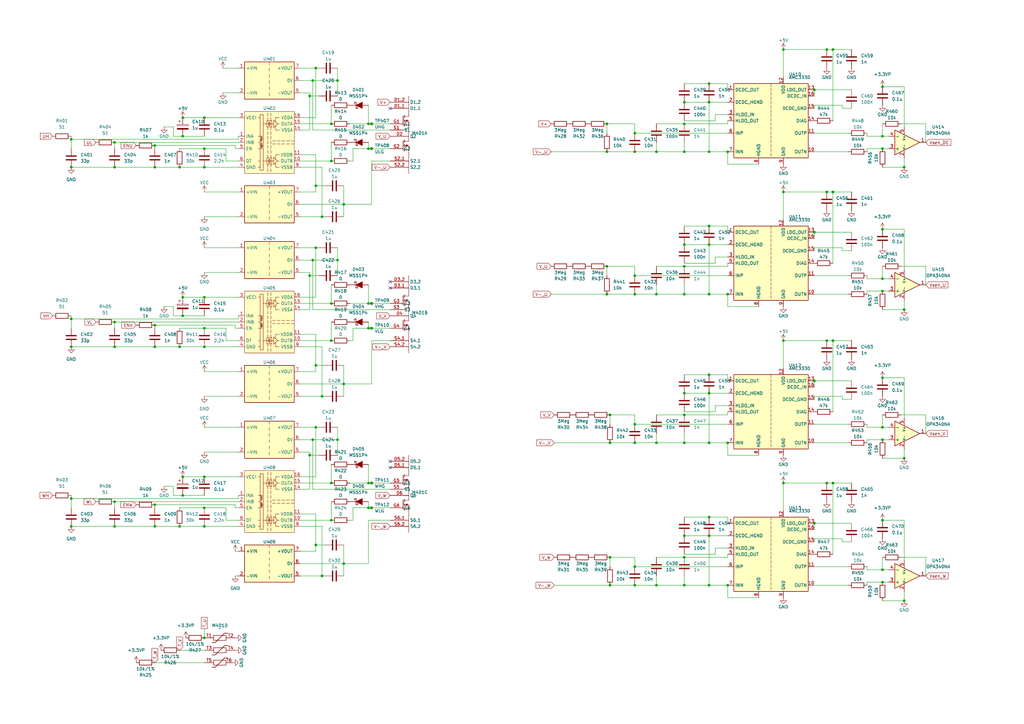
<source format=kicad_sch>
(kicad_sch (version 20231120) (generator "eeschema") (generator_version "8.0")
  (paper "A3")
  (junction (at 135.89 66.04))
  (junction (at 280.67 170.18))
  (junction (at 63.5 215.9))
  (junction (at 140.97 157.48))
  (junction (at 280.67 50.8))
  (junction (at 334.01 214.63))
  (junction (at 152.4 134.62))
  (junction (at 260.35 173.99))
  (junction (at 370.84 187.96))
  (junction (at 128.27 180.34))
  (junction (at 361.95 180.34))
  (junction (at 138.43 180.34))
  (junction (at 152.4 208.28))
  (junction (at 129.54 223.52))
  (junction (at 135.89 139.7))
  (junction (at 132.08 236.22))
  (junction (at 290.83 161.29))
  (junction (at 248.92 120.65))
  (junction (at 46.99 132.08))
  (junction (at 83.82 215.9))
  (junction (at 129.54 27.94))
  (junction (at 339.09 139.7))
  (junction (at 248.92 62.23))
  (junction (at 151.13 50.8))
  (junction (at 341.63 139.7))
  (junction (at 83.82 208.28))
  (junction (at 151.13 208.28))
  (junction (at 339.09 198.12))
  (junction (at 152.4 60.96))
  (junction (at 334.01 95.25))
  (junction (at 83.82 134.62))
  (junction (at 290.83 62.23))
  (junction (at 74.93 129.54))
  (junction (at 83.82 68.58))
  (junction (at 260.35 181.61))
  (junction (at 83.82 195.58))
  (junction (at 260.35 240.03))
  (junction (at 74.93 48.26))
  (junction (at 151.13 124.46))
  (junction (at 370.84 246.38))
  (junction (at 290.83 120.65))
  (junction (at 290.83 153.67))
  (junction (at 129.54 101.6))
  (junction (at 339.09 78.74))
  (junction (at 135.89 50.8))
  (junction (at 280.67 109.22))
  (junction (at 83.82 60.96))
  (junction (at 248.92 109.22))
  (junction (at 290.83 212.09))
  (junction (at 341.63 20.32))
  (junction (at 83.82 121.92))
  (junction (at 280.67 219.71))
  (junction (at 370.84 127))
  (junction (at 46.99 205.74))
  (junction (at 341.63 78.74))
  (junction (at 135.89 198.12))
  (junction (at 83.82 142.24))
  (junction (at 321.31 78.74))
  (junction (at 248.92 50.8))
  (junction (at 152.4 50.8))
  (junction (at 127 186.69))
  (junction (at 269.24 240.03))
  (junction (at 63.5 133.35))
  (junction (at 132.08 88.9))
  (junction (at 321.31 20.32))
  (junction (at 361.95 213.36))
  (junction (at 280.67 228.6))
  (junction (at 29.21 68.58))
  (junction (at 361.95 175.26))
  (junction (at 361.95 119.38))
  (junction (at 341.63 198.12))
  (junction (at 46.99 68.58))
  (junction (at 260.35 113.03))
  (junction (at 83.82 261.62))
  (junction (at 280.67 161.29))
  (junction (at 250.19 228.6))
  (junction (at 127 39.37))
  (junction (at 361.95 114.3))
  (junction (at 129.54 149.86))
  (junction (at 129.54 175.26))
  (junction (at 151.13 198.12))
  (junction (at 73.66 142.24))
  (junction (at 290.83 219.71))
  (junction (at 46.99 58.42))
  (junction (at 151.13 60.96))
  (junction (at 74.93 195.58))
  (junction (at 280.67 41.91))
  (junction (at 298.45 120.65))
  (junction (at 250.19 240.03))
  (junction (at 290.83 240.03))
  (junction (at 250.19 170.18))
  (junction (at 63.5 68.58))
  (junction (at 140.97 231.14))
  (junction (at 74.93 203.2))
  (junction (at 132.08 162.56))
  (junction (at 74.93 55.88))
  (junction (at 152.4 124.46))
  (junction (at 361.95 238.76))
  (junction (at 269.24 120.65))
  (junction (at 290.83 181.61))
  (junction (at 140.97 83.82))
  (junction (at 138.43 33.02))
  (junction (at 290.83 92.71))
  (junction (at 321.31 139.7))
  (junction (at 361.95 35.56))
  (junction (at 29.21 204.47))
  (junction (at 290.83 34.29))
  (junction (at 46.99 215.9))
  (junction (at 29.21 57.15))
  (junction (at 260.35 120.65))
  (junction (at 129.54 76.2))
  (junction (at 29.21 130.81))
  (junction (at 151.13 134.62))
  (junction (at 250.19 181.61))
  (junction (at 260.35 62.23))
  (junction (at 63.5 142.24))
  (junction (at 280.67 240.03))
  (junction (at 280.67 120.65))
  (junction (at 334.01 156.21))
  (junction (at 370.84 68.58))
  (junction (at 361.95 154.94))
  (junction (at 152.4 198.12))
  (junction (at 29.21 142.24))
  (junction (at 280.67 181.61))
  (junction (at 321.31 198.12))
  (junction (at 63.5 207.01))
  (junction (at 73.66 215.9))
  (junction (at 260.35 54.61))
  (junction (at 298.45 240.03))
  (junction (at 29.21 215.9))
  (junction (at 73.66 68.58))
  (junction (at 135.89 213.36))
  (junction (at 260.35 232.41))
  (junction (at 269.24 181.61))
  (junction (at 339.09 20.32))
  (junction (at 361.95 55.88))
  (junction (at 128.27 33.02))
  (junction (at 298.45 181.61))
  (junction (at 361.95 93.98))
  (junction (at 361.95 233.68))
  (junction (at 280.67 62.23))
  (junction (at 135.89 124.46))
  (junction (at 269.24 62.23))
  (junction (at 128.27 106.68))
  (junction (at 334.01 36.83))
  (junction (at 361.95 60.96))
  (junction (at 74.93 121.92))
  (junction (at 280.67 100.33))
  (junction (at 127 113.03))
  (junction (at 298.45 62.23))
  (junction (at 63.5 59.69))
  (junction (at 290.83 100.33))
  (junction (at 290.83 41.91))
  (junction (at 138.43 106.68))
  (junction (at 46.99 142.24))
  (junction (at 83.82 48.26))
  (no_connect (at 160.02 189.23))
  (no_connect (at 160.02 191.77))
  (no_connect (at 160.02 118.11))
  (no_connect (at 160.02 44.45))
  (no_connect (at 160.02 115.57))
  (wire (pts (xy 71.12 203.2) (xy 74.93 203.2)))
  (wire (pts (xy 334.01 232.41) (xy 347.98 232.41)))
  (wire (pts (xy 63.5 215.9) (xy 73.66 215.9)))
  (wire (pts (xy 129.54 223.52) (xy 129.54 226.06)))
  (wire (pts (xy 260.35 120.65) (xy 269.24 120.65)))
  (wire (pts (xy 71.12 125.73) (xy 71.12 129.54)))
  (wire (pts (xy 132.08 236.22) (xy 123.19 236.22)))
  (wire (pts (xy 123.19 210.82) (xy 129.54 210.82)))
  (wire (pts (xy 128.27 33.02) (xy 128.27 53.34)))
  (wire (pts (xy 143.51 198.12) (xy 151.13 198.12)))
  (wire (pts (xy 298.45 67.31) (xy 298.45 62.23)))
  (wire (pts (xy 140.97 149.86) (xy 140.97 157.48)))
  (wire (pts (xy 127 127) (xy 123.19 127)))
  (wire (pts (xy 123.19 83.82) (xy 140.97 83.82)))
  (wire (pts (xy 83.82 152.4) (xy 97.79 152.4)))
  (wire (pts (xy 97.79 60.96) (xy 96.52 60.96)))
  (wire (pts (xy 321.31 20.32) (xy 339.09 20.32)))
  (wire (pts (xy 345.44 220.98) (xy 345.44 222.25)))
  (wire (pts (xy 71.12 129.54) (xy 74.93 129.54)))
  (wire (pts (xy 129.54 63.5) (xy 129.54 76.2)))
  (wire (pts (xy 135.89 116.84) (xy 135.89 124.46)))
  (wire (pts (xy 96.52 133.35) (xy 63.5 133.35)))
  (wire (pts (xy 361.95 55.88) (xy 355.6 55.88)))
  (wire (pts (xy 129.54 175.26) (xy 129.54 195.58)))
  (wire (pts (xy 298.45 49.53) (xy 298.45 50.8)))
  (wire (pts (xy 364.49 175.26) (xy 361.95 175.26)))
  (wire (pts (xy 361.95 68.58) (xy 370.84 68.58)))
  (wire (pts (xy 144.78 66.04) (xy 144.78 60.96)))
  (wire (pts (xy 260.35 232.41) (xy 298.45 232.41)))
  (wire (pts (xy 361.95 35.56) (xy 370.84 35.56)))
  (wire (pts (xy 96.52 208.28) (xy 96.52 207.01)))
  (wire (pts (xy 132.08 88.9) (xy 123.19 88.9)))
  (wire (pts (xy 152.4 139.7) (xy 160.02 139.7)))
  (wire (pts (xy 250.19 181.61) (xy 260.35 181.61)))
  (wire (pts (xy 290.83 161.29) (xy 290.83 181.61)))
  (wire (pts (xy 339.09 139.7) (xy 341.63 139.7)))
  (wire (pts (xy 355.6 180.34) (xy 361.95 180.34)))
  (wire (pts (xy 29.21 204.47) (xy 29.21 203.2)))
  (wire (pts (xy 83.82 68.58) (xy 97.79 68.58)))
  (wire (pts (xy 361.95 187.96) (xy 370.84 187.96)))
  (wire (pts (xy 135.89 205.74) (xy 135.89 213.36)))
  (wire (pts (xy 71.12 52.07) (xy 71.12 55.88)))
  (wire (pts (xy 269.24 177.8) (xy 269.24 181.61)))
  (wire (pts (xy 144.78 134.62) (xy 151.13 134.62)))
  (wire (pts (xy 143.51 124.46) (xy 151.13 124.46)))
  (wire (pts (xy 143.51 50.8) (xy 151.13 50.8)))
  (wire (pts (xy 46.99 134.62) (xy 46.99 132.08)))
  (wire (pts (xy 269.24 228.6) (xy 280.67 228.6)))
  (wire (pts (xy 128.27 200.66) (xy 160.02 200.66)))
  (wire (pts (xy 290.83 212.09) (xy 280.67 212.09)))
  (wire (pts (xy 63.5 59.69) (xy 63.5 60.96)))
  (wire (pts (xy 140.97 76.2) (xy 140.97 83.82)))
  (wire (pts (xy 74.93 203.2) (xy 83.82 203.2)))
  (wire (pts (xy 123.19 27.94) (xy 129.54 27.94)))
  (wire (pts (xy 321.31 139.7) (xy 321.31 151.13)))
  (wire (pts (xy 321.31 20.32) (xy 321.31 31.75)))
  (wire (pts (xy 334.01 181.61) (xy 347.98 181.61)))
  (wire (pts (xy 144.78 60.96) (xy 151.13 60.96)))
  (wire (pts (xy 334.01 220.98) (xy 345.44 220.98)))
  (wire (pts (xy 138.43 33.02) (xy 128.27 33.02)))
  (wire (pts (xy 250.19 240.03) (xy 260.35 240.03)))
  (wire (pts (xy 334.01 240.03) (xy 347.98 240.03)))
  (wire (pts (xy 151.13 208.28) (xy 152.4 208.28)))
  (wire (pts (xy 298.45 107.95) (xy 298.45 109.22)))
  (wire (pts (xy 83.82 88.9) (xy 97.79 88.9)))
  (wire (pts (xy 29.21 215.9) (xy 46.99 215.9)))
  (wire (pts (xy 361.95 114.3) (xy 355.6 114.3)))
  (wire (pts (xy 334.01 222.25) (xy 334.01 220.98)))
  (wire (pts (xy 129.54 152.4) (xy 123.19 152.4)))
  (wire (pts (xy 152.4 134.62) (xy 160.02 134.62)))
  (wire (pts (xy 127 53.34) (xy 123.19 53.34)))
  (wire (pts (xy 379.73 228.6) (xy 379.73 236.22)))
  (wire (pts (xy 290.83 181.61) (xy 298.45 181.61)))
  (wire (pts (xy 83.82 134.62) (xy 73.66 134.62)))
  (wire (pts (xy 345.44 44.45) (xy 349.25 44.45)))
  (wire (pts (xy 128.27 180.34) (xy 128.27 200.66)))
  (wire (pts (xy 280.67 181.61) (xy 290.83 181.61)))
  (wire (pts (xy 152.4 198.12) (xy 160.02 198.12)))
  (wire (pts (xy 96.52 207.01) (xy 63.5 207.01)))
  (wire (pts (xy 83.82 208.28) (xy 73.66 208.28)))
  (wire (pts (xy 334.01 113.03) (xy 347.98 113.03)))
  (wire (pts (xy 129.54 137.16) (xy 129.54 149.86)))
  (wire (pts (xy 96.52 236.22) (xy 97.79 236.22)))
  (wire (pts (xy 280.67 170.18) (xy 298.45 170.18)))
  (wire (pts (xy 298.45 168.91) (xy 298.45 170.18)))
  (wire (pts (xy 361.95 127) (xy 370.84 127)))
  (wire (pts (xy 260.35 170.18) (xy 260.35 173.99)))
  (wire (pts (xy 71.12 199.39) (xy 71.12 203.2)))
  (wire (pts (xy 73.66 215.9) (xy 83.82 215.9)))
  (wire (pts (xy 260.35 50.8) (xy 260.35 54.61)))
  (wire (pts (xy 364.49 233.68) (xy 361.95 233.68)))
  (wire (pts (xy 127 38.1) (xy 127 39.37)))
  (wire (pts (xy 138.43 27.94) (xy 138.43 33.02)))
  (wire (pts (xy 130.81 175.26) (xy 129.54 175.26)))
  (wire (pts (xy 29.21 130.81) (xy 97.79 130.81)))
  (wire (pts (xy 123.19 180.34) (xy 128.27 180.34)))
  (wire (pts (xy 92.71 60.96) (xy 83.82 60.96)))
  (wire (pts (xy 260.35 62.23) (xy 269.24 62.23)))
  (wire (pts (xy 144.78 213.36) (xy 144.78 208.28)))
  (wire (pts (xy 74.93 129.54) (xy 83.82 129.54)))
  (wire (pts (xy 260.35 109.22) (xy 260.35 113.03)))
  (wire (pts (xy 339.09 78.74) (xy 341.63 78.74)))
  (wire (pts (xy 248.92 50.8) (xy 248.92 54.61)))
  (wire (pts (xy 151.13 43.18) (xy 151.13 50.8)))
  (wire (pts (xy 63.5 142.24) (xy 73.66 142.24)))
  (wire (pts (xy 123.19 124.46) (xy 135.89 124.46)))
  (wire (pts (xy 83.82 195.58) (xy 97.79 195.58)))
  (wire (pts (xy 97.79 208.28) (xy 96.52 208.28)))
  (wire (pts (xy 92.71 139.7) (xy 92.71 134.62)))
  (wire (pts (xy 280.67 116.84) (xy 280.67 120.65)))
  (wire (pts (xy 341.63 20.32) (xy 349.25 20.32)))
  (wire (pts (xy 227.33 240.03) (xy 250.19 240.03)))
  (wire (pts (xy 355.6 240.03) (xy 355.6 238.76)))
  (wire (pts (xy 248.92 109.22) (xy 248.92 113.03)))
  (wire (pts (xy 123.19 231.14) (xy 140.97 231.14)))
  (wire (pts (xy 123.19 137.16) (xy 129.54 137.16)))
  (wire (pts (xy 63.5 207.01) (xy 63.5 208.28)))
  (wire (pts (xy 269.24 240.03) (xy 280.67 240.03)))
  (wire (pts (xy 46.99 142.24) (xy 63.5 142.24)))
  (wire (pts (xy 138.43 39.37) (xy 138.43 33.02)))
  (wire (pts (xy 334.01 95.25) (xy 349.25 95.25)))
  (wire (pts (xy 83.82 101.6) (xy 97.79 101.6)))
  (wire (pts (xy 46.99 208.28) (xy 46.99 205.74)))
  (wire (pts (xy 129.54 76.2) (xy 129.54 78.74)))
  (wire (pts (xy 361.95 233.68) (xy 355.6 233.68)))
  (wire (pts (xy 74.93 195.58) (xy 83.82 195.58)))
  (wire (pts (xy 370.84 35.56) (xy 370.84 52.07)))
  (wire (pts (xy 321.31 198.12) (xy 321.31 209.55)))
  (wire (pts (xy 334.01 44.45) (xy 334.01 43.18)))
  (wire (pts (xy 334.01 156.21) (xy 349.25 156.21)))
  (wire (pts (xy 298.45 245.11) (xy 298.45 240.03)))
  (wire (pts (xy 361.95 238.76) (xy 364.49 238.76)))
  (wire (pts (xy 355.6 181.61) (xy 355.6 180.34)))
  (wire (pts (xy 280.67 161.29) (xy 290.83 161.29)))
  (wire (pts (xy 83.82 60.96) (xy 73.66 60.96)))
  (wire (pts (xy 369.57 50.8) (xy 379.73 50.8)))
  (wire (pts (xy 138.43 106.68) (xy 128.27 106.68)))
  (wire (pts (xy 29.21 134.62) (xy 29.21 130.81)))
  (wire (pts (xy 226.06 120.65) (xy 248.92 120.65)))
  (wire (pts (xy 140.97 223.52) (xy 140.97 231.14)))
  (wire (pts (xy 123.19 38.1) (xy 127 38.1)))
  (wire (pts (xy 129.54 149.86) (xy 129.54 152.4)))
  (wire (pts (xy 269.24 109.22) (xy 280.67 109.22)))
  (wire (pts (xy 334.01 163.83) (xy 334.01 162.56)))
  (wire (pts (xy 290.83 34.29) (xy 280.67 34.29)))
  (wire (pts (xy 123.19 66.04) (xy 135.89 66.04)))
  (wire (pts (xy 92.71 208.28) (xy 83.82 208.28)))
  (wire (pts (xy 341.63 20.32) (xy 341.63 49.53)))
  (wire (pts (xy 135.89 190.5) (xy 135.89 198.12)))
  (wire (pts (xy 123.19 101.6) (xy 129.54 101.6)))
  (wire (pts (xy 355.6 233.68) (xy 355.6 232.41)))
  (wire (pts (xy 355.6 114.3) (xy 355.6 113.03)))
  (wire (pts (xy 298.45 125.73) (xy 298.45 120.65)))
  (wire (pts (xy 151.13 116.84) (xy 151.13 124.46)))
  (wire (pts (xy 290.83 100.33) (xy 290.83 120.65)))
  (wire (pts (xy 140.97 231.14) (xy 151.13 231.14)))
  (wire (pts (xy 123.19 106.68) (xy 128.27 106.68)))
  (wire (pts (xy 63.5 133.35) (xy 63.5 134.62)))
  (wire (pts (xy 46.99 205.74) (xy 97.79 205.74)))
  (wire (pts (xy 298.45 67.31) (xy 311.15 67.31)))
  (wire (pts (xy 138.43 101.6) (xy 138.43 106.68)))
  (wire (pts (xy 355.6 175.26) (xy 355.6 173.99)))
  (wire (pts (xy 280.67 58.42) (xy 280.67 62.23)))
  (wire (pts (xy 67.31 125.73) (xy 71.12 125.73)))
  (wire (pts (xy 123.19 33.02) (xy 128.27 33.02)))
  (wire (pts (xy 128.27 127) (xy 160.02 127)))
  (wire (pts (xy 129.54 78.74) (xy 123.19 78.74)))
  (wire (pts (xy 46.99 60.96) (xy 46.99 58.42)))
  (wire (pts (xy 269.24 170.18) (xy 280.67 170.18)))
  (wire (pts (xy 71.12 55.88) (xy 74.93 55.88)))
  (wire (pts (xy 298.45 245.11) (xy 311.15 245.11)))
  (wire (pts (xy 248.92 120.65) (xy 260.35 120.65)))
  (wire (pts (xy 151.13 198.12) (xy 152.4 198.12)))
  (wire (pts (xy 355.6 60.96) (xy 361.95 60.96)))
  (wire (pts (xy 293.37 166.37) (xy 298.45 166.37)))
  (wire (pts (xy 83.82 185.42) (xy 97.79 185.42)))
  (wire (pts (xy 260.35 54.61) (xy 298.45 54.61)))
  (wire (pts (xy 355.6 238.76) (xy 361.95 238.76)))
  (wire (pts (xy 123.19 175.26) (xy 129.54 175.26)))
  (wire (pts (xy 127 200.66) (xy 123.19 200.66)))
  (wire (pts (xy 250.19 228.6) (xy 250.19 232.41)))
  (wire (pts (xy 152.4 66.04) (xy 160.02 66.04)))
  (wire (pts (xy 144.78 208.28) (xy 151.13 208.28)))
  (wire (pts (xy 127 186.69) (xy 130.81 186.69)))
  (wire (pts (xy 321.31 78.74) (xy 339.09 78.74)))
  (wire (pts (xy 269.24 120.65) (xy 280.67 120.65)))
  (wire (pts (xy 133.35 76.2) (xy 129.54 76.2)))
  (wire (pts (xy 341.63 139.7) (xy 341.63 168.91)))
  (wire (pts (xy 46.99 68.58) (xy 63.5 68.58)))
  (wire (pts (xy 74.93 121.92) (xy 83.82 121.92)))
  (wire (pts (xy 269.24 62.23) (xy 280.67 62.23)))
  (wire (pts (xy 143.51 139.7) (xy 144.78 139.7)))
  (wire (pts (xy 298.45 227.33) (xy 298.45 228.6)))
  (wire (pts (xy 97.79 213.36) (xy 92.71 213.36)))
  (wire (pts (xy 293.37 46.99) (xy 298.45 46.99)))
  (wire (pts (xy 364.49 114.3) (xy 361.95 114.3)))
  (wire (pts (xy 361.95 170.18) (xy 361.95 175.26)))
  (wire (pts (xy 280.67 219.71) (xy 290.83 219.71)))
  (wire (pts (xy 227.33 181.61) (xy 250.19 181.61)))
  (wire (pts (xy 298.45 156.21) (xy 298.45 153.67)))
  (wire (pts (xy 369.57 170.18) (xy 379.73 170.18)))
  (wire (pts (xy 355.6 62.23) (xy 355.6 60.96)))
  (wire (pts (xy 369.57 228.6) (xy 379.73 228.6)))
  (wire (pts (xy 91.44 27.94) (xy 97.79 27.94)))
  (wire (pts (xy 355.6 119.38) (xy 361.95 119.38)))
  (wire (pts (xy 152.4 208.28) (xy 160.02 208.28)))
  (wire (pts (xy 280.67 109.22) (xy 298.45 109.22)))
  (wire (pts (xy 379.73 170.18) (xy 379.73 177.8)))
  (wire (pts (xy 361.95 109.22) (xy 361.95 114.3)))
  (wire (pts (xy 379.73 109.22) (xy 379.73 116.84)))
  (wire (pts (xy 97.79 129.54) (xy 97.79 130.81)))
  (wire (pts (xy 290.83 161.29) (xy 298.45 161.29)))
  (wire (pts (xy 361.95 228.6) (xy 361.95 233.68)))
  (wire (pts (xy 290.83 62.23) (xy 298.45 62.23)))
  (wire (pts (xy 74.93 55.88) (xy 83.82 55.88)))
  (wire (pts (xy 260.35 228.6) (xy 260.35 232.41)))
  (wire (pts (xy 67.31 199.39) (xy 71.12 199.39)))
  (wire (pts (xy 140.97 83.82) (xy 140.97 88.9)))
  (wire (pts (xy 151.13 213.36) (xy 160.02 213.36)))
  (wire (pts (xy 280.67 228.6) (xy 298.45 228.6)))
  (wire (pts (xy 321.31 139.7) (xy 339.09 139.7)))
  (wire (pts (xy 151.13 205.74) (xy 151.13 208.28)))
  (wire (pts (xy 379.73 50.8) (xy 379.73 58.42)))
  (wire (pts (xy 345.44 102.87) (xy 349.25 102.87)))
  (wire (pts (xy 151.13 60.96) (xy 152.4 60.96)))
  (wire (pts (xy 290.83 219.71) (xy 290.83 240.03)))
  (wire (pts (xy 67.31 52.07) (xy 71.12 52.07)))
  (wire (pts (xy 123.19 198.12) (xy 135.89 198.12)))
  (wire (pts (xy 97.79 139.7) (xy 92.71 139.7)))
  (wire (pts (xy 152.4 157.48) (xy 152.4 139.7)))
  (wire (pts (xy 96.52 134.62) (xy 96.52 133.35)))
  (wire (pts (xy 143.51 66.04) (xy 144.78 66.04)))
  (wire (pts (xy 280.67 50.8) (xy 298.45 50.8)))
  (wire (pts (xy 123.19 68.58) (xy 132.08 68.58)))
  (wire (pts (xy 334.01 214.63) (xy 349.25 214.63)))
  (wire (pts (xy 293.37 227.33) (xy 293.37 224.79)))
  (wire (pts (xy 364.49 55.88) (xy 361.95 55.88)))
  (wire (pts (xy 293.37 105.41) (xy 298.45 105.41)))
  (wire (pts (xy 280.67 120.65) (xy 290.83 120.65)))
  (wire (pts (xy 132.08 162.56) (xy 123.19 162.56)))
  (wire (pts (xy 130.81 101.6) (xy 129.54 101.6)))
  (wire (pts (xy 29.21 60.96) (xy 29.21 57.15)))
  (wire (pts (xy 83.82 111.76) (xy 97.79 111.76)))
  (wire (pts (xy 97.79 55.88) (xy 97.79 57.15)))
  (wire (pts (xy 298.45 92.71) (xy 290.83 92.71)))
  (wire (pts (xy 29.21 142.24) (xy 46.99 142.24)))
  (wire (pts (xy 260.35 181.61) (xy 269.24 181.61)))
  (wire (pts (xy 280.67 62.23) (xy 290.83 62.23)))
  (wire (pts (xy 298.45 153.67) (xy 290.83 153.67)))
  (wire (pts (xy 83.82 162.56) (xy 97.79 162.56)))
  (wire (pts (xy 334.01 36.83) (xy 334.01 39.37)))
  (wire (pts (xy 127 39.37) (xy 127 53.34)))
  (wire (pts (xy 129.54 48.26) (xy 123.19 48.26)))
  (wire (pts (xy 123.19 111.76) (xy 127 111.76)))
  (wire (pts (xy 260.35 113.03) (xy 298.45 113.03)))
  (wire (pts (xy 269.24 116.84) (xy 269.24 120.65)))
  (wire (pts (xy 133.35 88.9) (xy 132.08 88.9)))
  (wire (pts (xy 132.08 68.58) (xy 132.08 88.9)))
  (wire (pts (xy 151.13 190.5) (xy 151.13 198.12)))
  (wire (pts (xy 280.67 236.22) (xy 280.67 240.03)))
  (wire (pts (xy 129.54 226.06) (xy 123.19 226.06)))
  (wire (pts (xy 133.35 223.52) (xy 129.54 223.52)))
  (wire (pts (xy 140.97 157.48) (xy 152.4 157.48)))
  (wire (pts (xy 128.27 53.34) (xy 160.02 53.34)))
  (wire (pts (xy 83.82 121.92) (xy 97.79 121.92)))
  (wire (pts (xy 128.27 106.68) (xy 128.27 127)))
  (wire (pts (xy 83.82 215.9) (xy 97.79 215.9)))
  (wire (pts (xy 29.21 57.15) (xy 97.79 57.15)))
  (wire (pts (xy 248.92 62.23) (xy 260.35 62.23)))
  (wire (pts (xy 83.82 175.26) (xy 97.79 175.26)))
  (wire (pts (xy 138.43 175.26) (xy 138.43 180.34)))
  (wire (pts (xy 129.54 195.58) (xy 123.19 195.58)))
  (wire (pts (xy 334.01 101.6) (xy 345.44 101.6)))
  (wire (pts (xy 92.71 213.36) (xy 92.71 208.28)))
  (wire (pts (xy 123.19 63.5) (xy 129.54 63.5)))
  (wire (pts (xy 370.84 213.36) (xy 370.84 229.87)))
  (wire (pts (xy 96.52 60.96) (xy 96.52 59.69)))
  (wire (pts (xy 73.66 142.24) (xy 83.82 142.24)))
  (wire (pts (xy 361.95 175.26) (xy 355.6 175.26)))
  (wire (pts (xy 298.45 125.73) (xy 311.15 125.73)))
  (wire (pts (xy 29.21 204.47) (xy 97.79 204.47)))
  (wire (pts (xy 250.19 170.18) (xy 250.19 173.99)))
  (wire (pts (xy 83.82 257.81) (xy 83.82 261.62)))
  (wire (pts (xy 96.52 59.69) (xy 63.5 59.69)))
  (wire (pts (xy 341.63 78.74) (xy 341.63 107.95)))
  (wire (pts (xy 298.45 214.63) (xy 298.45 212.09)))
  (wire (pts (xy 123.19 213.36) (xy 135.89 213.36)))
  (wire (pts (xy 339.09 198.12) (xy 341.63 198.12)))
  (wire (pts (xy 293.37 107.95) (xy 293.37 105.41)))
  (wire (pts (xy 46.99 58.42) (xy 97.79 58.42)))
  (wire (pts (xy 123.19 139.7) (xy 135.89 139.7)))
  (wire (pts (xy 345.44 101.6) (xy 345.44 102.87)))
  (wire (pts (xy 127 185.42) (xy 127 186.69)))
  (wire (pts (xy 334.01 36.83) (xy 349.25 36.83)))
  (wire (pts (xy 280.67 240.03) (xy 290.83 240.03)))
  (wire (pts (xy 151.13 58.42) (xy 151.13 60.96)))
  (wire (pts (xy 290.83 41.91) (xy 298.45 41.91)))
  (wire (pts (xy 280.67 177.8) (xy 280.67 181.61)))
  (wire (pts (xy 74.93 48.26) (xy 83.82 48.26)))
  (wire (pts (xy 130.81 27.94) (xy 129.54 27.94)))
  (wire (pts (xy 290.83 92.71) (xy 280.67 92.71)))
  (wire (pts (xy 46.99 132.08) (xy 97.79 132.08)))
  (wire (pts (xy 280.67 41.91) (xy 290.83 41.91)))
  (wire (pts (xy 361.95 154.94) (xy 370.84 154.94)))
  (wire (pts (xy 138.43 180.34) (xy 128.27 180.34)))
  (wire (pts (xy 280.67 227.33) (xy 293.37 227.33)))
  (wire (pts (xy 361.95 119.38) (xy 364.49 119.38)))
  (wire (pts (xy 63.5 271.78) (xy 83.82 271.78)))
  (wire (pts (xy 341.63 78.74) (xy 349.25 78.74)))
  (wire (pts (xy 345.44 222.25) (xy 349.25 222.25)))
  (wire (pts (xy 361.95 60.96) (xy 364.49 60.96)))
  (wire (pts (xy 152.4 50.8) (xy 160.02 50.8)))
  (wire (pts (xy 96.52 226.06) (xy 97.79 226.06)))
  (wire (pts (xy 290.83 100.33) (xy 298.45 100.33)))
  (wire (pts (xy 138.43 186.69) (xy 138.43 180.34)))
  (wire (pts (xy 152.4 83.82) (xy 152.4 66.04)))
  (wire (pts (xy 123.19 142.24) (xy 132.08 142.24)))
  (wire (pts (xy 280.67 49.53) (xy 293.37 49.53)))
  (wire (pts (xy 140.97 157.48) (xy 140.97 162.56)))
  (wire (pts (xy 127 186.69) (xy 127 200.66)))
  (wire (pts (xy 143.51 213.36) (xy 144.78 213.36)))
  (wire (pts (xy 334.01 95.25) (xy 334.01 97.79)))
  (wire (pts (xy 260.35 173.99) (xy 298.45 173.99)))
  (wire (pts (xy 341.63 139.7) (xy 349.25 139.7)))
  (wire (pts (xy 361.95 50.8) (xy 361.95 55.88)))
  (wire (pts (xy 129.54 121.92) (xy 123.19 121.92)))
  (wire (pts (xy 269.24 236.22) (xy 269.24 240.03)))
  (wire (pts (xy 97.79 66.04) (xy 92.71 66.04)))
  (wire (pts (xy 361.95 213.36) (xy 370.84 213.36)))
  (wire (pts (xy 151.13 124.46) (xy 152.4 124.46)))
  (wire (pts (xy 334.01 173.99) (xy 347.98 173.99)))
  (wire (pts (xy 269.24 50.8) (xy 280.67 50.8)))
  (wire (pts (xy 83.82 142.24) (xy 97.79 142.24)))
  (wire (pts (xy 123.19 215.9) (xy 132.08 215.9)))
  (wire (pts (xy 92.71 66.04) (xy 92.71 60.96)))
  (wire (pts (xy 321.31 78.74) (xy 321.31 90.17)))
  (wire (pts (xy 127 113.03) (xy 127 127)))
  (wire (pts (xy 135.89 58.42) (xy 135.89 66.04)))
  (wire (pts (xy 83.82 78.74) (xy 97.79 78.74)))
  (wire (pts (xy 369.57 109.22) (xy 379.73 109.22)))
  (wire (pts (xy 123.19 50.8) (xy 135.89 50.8)))
  (wire (pts (xy 129.54 101.6) (xy 129.54 121.92)))
  (wire (pts (xy 298.45 186.69) (xy 298.45 181.61)))
  (wire (pts (xy 269.24 181.61) (xy 280.67 181.61)))
  (wire (pts (xy 269.24 58.42) (xy 269.24 62.23)))
  (wire (pts (xy 152.4 124.46) (xy 160.02 124.46)))
  (wire (pts (xy 361.95 180.34) (xy 364.49 180.34)))
  (wire (pts (xy 361.95 93.98) (xy 370.84 93.98)))
  (wire (pts (xy 226.06 62.23) (xy 248.92 62.23)))
  (wire (pts (xy 345.44 43.18) (xy 345.44 44.45)))
  (wire (pts (xy 123.19 185.42) (xy 127 185.42)))
  (wire (pts (xy 92.71 134.62) (xy 83.82 134.62)))
  (wire (pts (xy 46.99 215.9) (xy 63.5 215.9)))
  (wire (pts (xy 140.97 83.82) (xy 152.4 83.82)))
  (wire (pts (xy 135.89 132.08) (xy 135.89 139.7)))
  (wire (pts (xy 132.08 215.9) (xy 132.08 236.22)))
  (wire (pts (xy 334.01 214.63) (xy 334.01 217.17)))
  (wire (pts (xy 298.45 36.83) (xy 298.45 34.29)))
  (wire (pts (xy 334.01 102.87) (xy 334.01 101.6)))
  (wire (pts (xy 152.4 60.96) (xy 160.02 60.96)))
  (wire (pts (xy 250.19 228.6) (xy 260.35 228.6)))
  (wire (pts (xy 298.45 34.29) (xy 290.83 34.29)))
  (wire (pts (xy 250.19 170.18) (xy 260.35 170.18)))
  (wire (pts (xy 248.92 50.8) (xy 260.35 50.8)))
  (wire (pts (xy 97.79 203.2) (xy 97.79 204.47)))
  (wire (pts (xy 298.45 186.69) (xy 311.15 186.69)))
  (wire (pts (xy 151.13 134.62) (xy 152.4 134.62)))
  (wire (pts (xy 73.66 266.7) (xy 83.82 266.7)))
  (wire (pts (xy 345.44 162.56) (xy 345.44 163.83)))
  (wire (pts (xy 73.66 68.58) (xy 83.82 68.58)))
  (wire (pts (xy 293.37 49.53) (xy 293.37 46.99)))
  (wire (pts (xy 280.67 168.91) (xy 293.37 168.91)))
  (wire (pts (xy 280.67 100.33) (xy 290.83 100.33)))
  (wire (pts (xy 123.19 157.48) (xy 140.97 157.48)))
  (wire (pts (xy 334.01 54.61) (xy 347.98 54.61)))
  (wire (pts (xy 280.67 107.95) (xy 293.37 107.95)))
  (wire (pts (xy 370.84 242.57) (xy 370.84 246.38)))
  (wire (pts (xy 133.35 236.22) (xy 132.08 236.22)))
  (wire (pts (xy 293.37 224.79) (xy 298.45 224.79)))
  (wire (pts (xy 248.92 109.22) (xy 260.35 109.22)))
  (wire (pts (xy 151.13 231.14) (xy 151.13 213.36)))
  (wire (pts (xy 290.83 120.65) (xy 298.45 120.65)))
  (wire (pts (xy 132.08 142.24) (xy 132.08 162.56)))
  (wire (pts (xy 341.63 198.12) (xy 349.25 198.12)))
  (wire (pts (xy 127 113.03) (xy 130.81 113.03)))
  (wire (pts (xy 91.44 38.1) (xy 97.79 38.1)))
  (wire (pts (xy 293.37 168.91) (xy 293.37 166.37)))
  (wire (pts (xy 370.84 64.77) (xy 370.84 68.58)))
  (wire (pts (xy 97.79 134.62) (xy 96.52 134.62)))
  (wire (pts (xy 135.89 43.18) (xy 135.89 50.8)))
  (wire (pts (xy 341.63 198.12) (xy 341.63 227.33)))
  (wire (pts (xy 29.21 208.28) (xy 29.21 204.47)))
  (wire (pts (xy 370.84 184.15) (xy 370.84 187.96)))
  (wire (pts (xy 151.13 132.08) (xy 151.13 134.62)))
  (wire (pts (xy 370.84 154.94) (xy 370.84 171.45)))
  (wire (pts (xy 127 39.37) (xy 130.81 39.37)))
  (wire (pts (xy 63.5 68.58) (xy 73.66 68.58)))
  (wire (pts (xy 29.21 130.81) (xy 29.21 129.54)))
  (wire (pts (xy 370.84 93.98) (xy 370.84 110.49)))
  (wire (pts (xy 83.82 48.26) (xy 97.79 48.26)))
  (wire (pts (xy 144.78 139.7) (xy 144.78 134.62)))
  (wire (pts (xy 339.09 20.32) (xy 341.63 20.32)))
  (wire (pts (xy 129.54 210.82) (xy 129.54 223.52)))
  (wire (pts (xy 334.01 43.18) (xy 345.44 43.18)))
  (wire (pts (xy 290.83 219.71) (xy 298.45 219.71)))
  (wire (pts (xy 298.45 95.25) (xy 298.45 92.71)))
  (wire (pts (xy 334.01 120.65) (xy 347.98 120.65)))
  (wire (pts (xy 334.01 162.56) (xy 345.44 162.56)))
  (wire (pts (xy 151.13 50.8) (xy 152.4 50.8)))
  (wire (pts (xy 355.6 120.65) (xy 355.6 119.38)))
  (wire (pts (xy 29.21 68.58) (xy 46.99 68.58)))
  (wire (pts (xy 298.45 212.09) (xy 290.83 212.09)))
  (wire (pts (xy 290.83 240.03) (xy 298.45 240.03)))
  (wire (pts (xy 361.95 246.38) (xy 370.84 246.38)))
  (wire (pts (xy 334.01 156.21) (xy 334.01 158.75)))
  (wire (pts (xy 138.43 113.03) (xy 138.43 106.68)))
  (wire (pts (xy 355.6 55.88) (xy 355.6 54.61)))
  (wire (pts (xy 127 111.76) (xy 127 113.03)))
  (wire (pts (xy 29.21 57.15) (xy 29.21 55.88)))
  (wire (pts (xy 321.31 198.12) (xy 339.09 198.12)))
  (wire (pts (xy 334.01 62.23) (xy 347.98 62.23)))
  (wire (pts (xy 290.83 41.91) (xy 290.83 62.23)))
  (wire (pts (xy 140.97 231.14) (xy 140.97 236.22)))
  (wire (pts (xy 370.84 123.19) (xy 370.84 127)))
  (wire (pts (xy 133.35 162.56) (xy 132.08 162.56)))
  (wire (pts (xy 260.35 240.03) (xy 269.24 240.03)))
  (wire (pts (xy 345.44 163.83) (xy 349.25 163.83)))
  (wire (pts (xy 133.35 149.86) (xy 129.54 149.86)))
  (wire (pts (xy 129.54 27.94) (xy 129.54 48.26)))
  (wire (pts (xy 290.83 153.67) (xy 280.67 153.67)))
  (global_label "ENW" (shape input) (at 55.88 207.01 180) (property "Intersheetrefs" "${INTERSHEET_REFS}" (effects (hide yes))))
  (global_label "V-_V" (shape input) (at 160.02 142.24 180) (property "Intersheetrefs" "${INTERSHEET_REFS}" (effects (hide yes))))
  (global_label "Vsen_W" (shape input) (at 379.73 236.22 0) (property "Intersheetrefs" "${INTERSHEET_REFS}" (effects (hide yes))))
  (global_label "WL" (shape input) (at 39.37 205.74 180) (property "Intersheetrefs" "${INTERSHEET_REFS}" (effects (hide yes))))
  (global_label "V_U" (shape input) (at 160.02 55.88 180) (property "Intersheetrefs" "${INTERSHEET_REFS}" (effects (hide yes))))
  (global_label "V+" (shape input) (at 226.06 50.8 180) (property "Intersheetrefs" "${INTERSHEET_REFS}" (effects (hide yes))))
  (global_label "V-_U" (shape input) (at 160.02 68.58 180) (property "Intersheetrefs" "${INTERSHEET_REFS}" (effects (hide yes))))
  (global_label "V-_U" (shape input) (at 226.06 120.65 180) (property "Intersheetrefs" "${INTERSHEET_REFS}" (effects (hide yes))))
  (global_label "V+" (shape input) (at 160.02 41.91 180) (property "Intersheetrefs" "${INTERSHEET_REFS}" (effects (hide yes))))
  (global_label "V_U" (shape input) (at 226.06 109.22 180) (property "Intersheetrefs" "${INTERSHEET_REFS}" (effects (hide yes))))
  (global_label "ENU" (shape input) (at 55.88 59.69 180) (property "Intersheetrefs" "${INTERSHEET_REFS}" (effects (hide yes))))
  (global_label "T_U" (shape passive) (at 83.82 257.81 90) (property "Intersheetrefs" "${INTERSHEET_REFS}" (effects (hide yes))))
  (global_label "V-_W" (shape input) (at 227.33 240.03 180) (property "Intersheetrefs" "${INTERSHEET_REFS}" (effects (hide yes))))
  (global_label "V-_W" (shape input) (at 160.02 215.9 180) (property "Intersheetrefs" "${INTERSHEET_REFS}" (effects (hide yes))))
  (global_label "T_V" (shape input) (at 73.66 266.7 90) (property "Intersheetrefs" "${INTERSHEET_REFS}" (effects (hide yes))))
  (global_label "UH" (shape input) (at 21.59 55.88 180) (property "Intersheetrefs" "${INTERSHEET_REFS}" (effects (hide yes))))
  (global_label "T_W" (shape input) (at 63.5 271.78 90) (property "Intersheetrefs" "${INTERSHEET_REFS}" (effects (hide yes))))
  (global_label "V_V" (shape input) (at 227.33 170.18 180) (property "Intersheetrefs" "${INTERSHEET_REFS}" (effects (hide yes))))
  (global_label "V_W" (shape input) (at 160.02 203.2 180) (property "Intersheetrefs" "${INTERSHEET_REFS}" (effects (hide yes))))
  (global_label "V-_U" (shape input) (at 226.06 62.23 180) (property "Intersheetrefs" "${INTERSHEET_REFS}" (effects (hide yes))))
  (global_label "Vsen_U" (shape input) (at 379.73 116.84 0) (property "Intersheetrefs" "${INTERSHEET_REFS}" (effects (hide yes))))
  (global_label "ENV" (shape input) (at 55.88 133.35 180) (property "Intersheetrefs" "${INTERSHEET_REFS}" (effects (hide yes))))
  (global_label "Vsen_DC" (shape input) (at 379.73 58.42 0) (property "Intersheetrefs" "${INTERSHEET_REFS}" (effects (hide yes))))
  (global_label "UL" (shape input) (at 39.37 58.42 180) (property "Intersheetrefs" "${INTERSHEET_REFS}" (effects (hide yes))))
  (global_label "VH" (shape input) (at 21.59 129.54 180) (property "Intersheetrefs" "${INTERSHEET_REFS}" (effects (hide yes))))
  (global_label "V_W" (shape input) (at 227.33 228.6 180) (property "Intersheetrefs" "${INTERSHEET_REFS}" (effects (hide yes))))
  (global_label "V-_V" (shape input) (at 227.33 181.61 180) (property "Intersheetrefs" "${INTERSHEET_REFS}" (effects (hide yes))))
  (global_label "WH" (shape input) (at 21.59 203.2 180) (property "Intersheetrefs" "${INTERSHEET_REFS}" (effects (hide yes))))
  (global_label "VL" (shape input) (at 39.37 132.08 180) (property "Intersheetrefs" "${INTERSHEET_REFS}" (effects (hide yes))))
  (global_label "Vsen_V" (shape input) (at 379.73 177.8 0) (property "Intersheetrefs" "${INTERSHEET_REFS}" (effects (hide yes))))
  (global_label "V_V" (shape input) (at 160.02 129.54 180) (property "Intersheetrefs" "${INTERSHEET_REFS}" (effects (hide yes))))
  (symbol (lib_id "Device:R") (at 237.49 109.22 270) (unit 1)
    (property "Reference" "R433" (at 237.49 114.3 90))
    (property "Value" "3Meg" (at 237.49 111.76 90))
    (property "Footprint" "Resistor_SMD:R_2512_6332Metric" (effects (hide yes)))
    (property "Description" "Resistor" (effects (hide yes)))
  )
  (symbol (lib_id "power:GND") (at 321.31 125.73 0) (unit 1)
    (property "Reference" "#PWR05" (effects (hide yes)))
    (property "Value" "GND" (at 321.31 129.54 0))
    (property "Description" "Power symbol creates a global label with name \"GND\" , ground" (effects (hide yes)))
  )
  (symbol (lib_id "Device:R") (at 59.69 133.35 90) (unit 1)
    (property "Reference" "R408" (at 59.69 127 90))
    (property "Value" "1k" (at 59.69 129.54 90))
    (property "Footprint" "Resistor_SMD:R_0603_1608Metric" (effects (hide yes)))
    (property "Description" "Resistor" (effects (hide yes)))
  )
  (symbol (lib_id "Device:C") (at 339.09 143.51 180) (unit 1)
    (property "Reference" "C457" (at 342.9 142.2399 0) (effects (justify right)))
    (property "Value" "1u" (at 342.9 144.7799 0) (effects (justify right)))
    (property "Footprint" "Capacitor_SMD:C_0603_1608Metric" (effects (hide yes)))
    (property "Description" "Unpolarized capacitor" (effects (hide yes)))
  )
  (symbol (lib_id "Device:R") (at 139.7 205.74 90) (unit 1)
    (property "Reference" "R423" (at 139.7 200.66 90))
    (property "Value" "0" (at 139.7 203.2 90))
    (property "Footprint" "Resistor_SMD:R_0603_1608Metric" (effects (hide yes)))
    (property "Description" "Resistor" (effects (hide yes)))
  )
  (symbol (lib_id "power:GND") (at 370.84 246.38 0) (unit 1)
    (property "Reference" "#PWR024" (effects (hide yes)))
    (property "Value" "GND" (at 370.84 250.19 0))
    (property "Description" "Power symbol creates a global label with name \"GND\" , ground" (effects (hide yes)))
  )
  (symbol (lib_id "Device:C_Polarized") (at 74.93 199.39 0) (unit 1)
    (property "Reference" "C412" (at 78.74 197.2309 0) (effects (justify left)))
    (property "Value" "1u" (at 78.74 199.7709 0) (effects (justify left)))
    (property "Footprint" "Capacitor_SMD:C_0603_1608Metric" (effects (hide yes)))
    (property "Description" "Polarized capacitor" (effects (hide yes)))
  )
  (symbol (lib_id "Personal:InverterSiCModule") (at 167.64 44.45 0) (unit 1)
    (property "Reference" "M401" (at 168.91 54.6099 0) (effects (justify left)))
    (property "Value" "~" (at 168.91 56.515 0) (effects (justify left)))
    (property "Footprint" "Personal:InverterSiCModule" (effects (hide yes)))
  )
  (symbol (lib_id "Device:C") (at 349.25 218.44 180) (unit 1)
    (property "Reference" "C466" (at 353.06 217.1699 0) (effects (justify right)))
    (property "Value" "100n" (at 353.06 219.7099 0) (effects (justify right)))
    (property "Footprint" "Capacitor_SMD:C_0603_1608Metric" (effects (hide yes)))
    (property "Description" "Unpolarized capacitor" (effects (hide yes)))
  )
  (symbol (lib_id "power:+3.3VP") (at 361.95 154.94 0) (unit 1)
    (property "Reference" "#PWR015" (effects (hide yes)))
    (property "Value" "+3.3VP" (at 361.95 149.86 0))
    (property "Description" "Power symbol creates a global label with name \"+3.3VP\"" (effects (hide yes)))
  )
  (symbol (lib_id "power:+3.3VP") (at 361.95 93.98 0) (unit 1)
    (property "Reference" "#PWR08" (effects (hide yes)))
    (property "Value" "+3.3VP" (at 361.95 88.9 0))
    (property "Description" "Power symbol creates a global label with name \"+3.3VP\"" (effects (hide yes)))
  )
  (symbol (lib_id "power:GND") (at 67.31 125.73 0) (unit 1)
    (property "Reference" "#PWR0405" (effects (hide yes)))
    (property "Value" "GND" (at 67.31 129.54 0))
    (property "Description" "Power symbol creates a global label with name \"GND\" , ground" (effects (hide yes)))
  )
  (symbol (lib_id "Connector:TestPoint_Small") (at 152.4 198.12 0) (unit 1)
    (property "Reference" "TP411" (at 153.67 196.8499 0) (effects (justify left)))
    (property "Value" "WHG" (at 153.67 199.3899 0) (effects (justify left)))
    (property "Footprint" "TestPoint:TestPoint_Loop_D1.80mm_Drill1.0mm_Beaded" (effects (hide yes)))
    (property "Description" "test point" (effects (hide yes)))
  )
  (symbol (lib_id "power:VCC") (at 83.82 152.4 0) (unit 1)
    (property "Reference" "#PWR0414" (effects (hide yes)))
    (property "Value" "VCC" (at 83.82 148.59 0))
    (property "Description" "Power symbol creates a global label with name \"VCC\"" (effects (hide yes)))
  )
  (symbol (lib_id "Device:C") (at 269.24 232.41 180) (unit 1)
    (property "Reference" "C438" (at 273.05 231.1399 0) (effects (justify right)))
    (property "Value" "10n" (at 273.05 233.6799 0) (effects (justify right)))
    (property "Footprint" "Capacitor_SMD:C_0603_1608Metric" (effects (hide yes)))
    (property "Description" "Unpolarized capacitor" (effects (hide yes)))
  )
  (symbol (lib_id "power:GND") (at 370.84 68.58 0) (unit 1)
    (property "Reference" "#PWR0446" (effects (hide yes)))
    (property "Value" "GND" (at 370.84 72.39 0))
    (property "Description" "Power symbol creates a global label with name \"GND\" , ground" (effects (hide yes)))
  )
  (symbol (lib_id "Device:R") (at 351.79 62.23 90) (unit 1)
    (property "Reference" "R449" (at 351.79 57.15 90))
    (property "Value" "10k" (at 351.79 59.69 90))
    (property "Footprint" "Resistor_SMD:R_0603_1608Metric" (effects (hide yes)))
    (property "Description" "Resistor" (effects (hide yes)))
  )
  (symbol (lib_id "Device:C") (at 349.25 24.13 180) (unit 1)
    (property "Reference" "C459" (at 353.06 22.8599 0) (effects (justify right)))
    (property "Value" "1n" (at 353.06 25.3999 0) (effects (justify right)))
    (property "Footprint" "Capacitor_SMD:C_0603_1608Metric" (effects (hide yes)))
    (property "Description" "Unpolarized capacitor" (effects (hide yes)))
  )
  (symbol (lib_id "PCM_Amplifier_Operational_AKL:OPA340NA") (at 372.11 177.8 0) (unit 1)
    (property "Reference" "U416" (at 384.81 171.45 0))
    (property "Value" "OPA340NA" (at 384.81 173.99 0))
    (property "Footprint" "Package_TO_SOT_SMD:SOT-23-5" (effects (hide yes)))
    (property "Datasheet" "https://www.ti.com/lit/ds/symlink/opa2340.pdf?ts=1635059912826&ref_url=https%253A%252F%252Fwww.google.com%252F" (effects (hide yes)))
    (property "Description" "SOT-23-5 CMOS RRIO Operational Amplifier, 500μV Offset, 2.5μV/°C Drift, 5.5MHz GBW, Alternate KiCAD Library" (effects (hide yes)))
  )
  (symbol (lib_id "Device:C") (at 280.67 223.52 180) (unit 1)
    (property "Reference" "C449" (at 284.48 222.2499 0) (effects (justify right)))
    (property "Value" "100n" (at 284.48 224.7899 0) (effects (justify right)))
    (property "Footprint" "Capacitor_SMD:C_0603_1608Metric" (effects (hide yes)))
    (property "Description" "Unpolarized capacitor" (effects (hide yes)))
  )
  (symbol (lib_id "Device:C") (at 280.67 45.72 180) (unit 1)
    (property "Reference" "C440" (at 284.48 44.4499 0) (effects (justify right)))
    (property "Value" "100n" (at 284.48 46.9899 0) (effects (justify right)))
    (property "Footprint" "Capacitor_SMD:C_0603_1608Metric" (effects (hide yes)))
    (property "Description" "Unpolarized capacitor" (effects (hide yes)))
  )
  (symbol (lib_id "Personal:InverterSiCModule") (at 167.64 191.77 0) (unit 3)
    (property "Reference" "M401" (at 168.91 201.9299 0) (effects (justify left)))
    (property "Value" "~" (at 168.91 203.835 0) (effects (justify left)))
    (property "Footprint" "Personal:InverterSiCModule" (effects (hide yes)))
  )
  (symbol (lib_id "PCM_Amplifier_Operational_AKL:OPA340NA") (at 372.11 116.84 0) (unit 1)
    (property "Reference" "U415" (at 384.81 110.49 0))
    (property "Value" "OPA340NA" (at 384.81 113.03 0))
    (property "Footprint" "Package_TO_SOT_SMD:SOT-23-5" (effects (hide yes)))
    (property "Datasheet" "https://www.ti.com/lit/ds/symlink/opa2340.pdf?ts=1635059912826&ref_url=https%253A%252F%252Fwww.google.com%252F" (effects (hide yes)))
    (property "Description" "SOT-23-5 CMOS RRIO Operational Amplifier, 500μV Offset, 2.5μV/°C Drift, 5.5MHz GBW, Alternate KiCAD Library" (effects (hide yes)))
  )
  (symbol (lib_id "Device:C") (at 280.67 165.1 180) (unit 1)
    (property "Reference" "C446" (at 284.48 163.8299 0) (effects (justify right)))
    (property "Value" "100n" (at 284.48 166.3699 0) (effects (justify right)))
    (property "Footprint" "Capacitor_SMD:C_0603_1608Metric" (effects (hide yes)))
    (property "Description" "Unpolarized capacitor" (effects (hide yes)))
  )
  (symbol (lib_id "Device:R") (at 139.7 124.46 90) (unit 1)
    (property "Reference" "R418" (at 139.7 119.38 90))
    (property "Value" "0" (at 139.7 121.92 90))
    (property "Footprint" "Resistor_SMD:R_0603_1608Metric" (effects (hide yes)))
    (property "Description" "Resistor" (effects (hide yes)))
  )
  (symbol (lib_id "Device:R") (at 25.4 129.54 90) (unit 1)
    (property "Reference" "R402" (at 25.4 123.19 90))
    (property "Value" "51" (at 25.4 125.73 90))
    (property "Footprint" "Resistor_SMD:R_0603_1608Metric" (effects (hide yes)))
    (property "Description" "Resistor" (effects (hide yes)))
  )
  (symbol (lib_id "Device:R") (at 238.76 228.6 270) (unit 1)
    (property "Reference" "R435" (at 238.76 233.68 90))
    (property "Value" "3Meg" (at 238.76 231.14 90))
    (property "Footprint" "Resistor_SMD:R_2512_6332Metric" (effects (hide yes)))
    (property "Description" "Resistor" (effects (hide yes)))
  )
  (symbol (lib_id "Device:R") (at 73.66 212.09 0) (unit 1)
    (property "Reference" "R412" (at 76.2 210.8199 0) (effects (justify left)))
    (property "Value" "30k" (at 76.2 213.3599 0) (effects (justify left)))
    (property "Footprint" "Resistor_SMD:R_0603_1608Metric" (effects (hide yes)))
    (property "Description" "Resistor" (effects (hide yes)))
  )
  (symbol (lib_id "power:GND") (at 83.82 185.42 0) (unit 1)
    (property "Reference" "#PWR0417" (effects (hide yes)))
    (property "Value" "GND" (at 83.82 189.23 0))
    (property "Description" "Power symbol creates a global label with name \"GND\" , ground" (effects (hide yes)))
  )
  (symbol (lib_id "power:+5V") (at 74.93 121.92 0) (unit 1)
    (property "Reference" "#PWR0408" (effects (hide yes)))
    (property "Value" "+5V" (at 74.93 118.11 0))
    (property "Description" "Power symbol creates a global label with name \"+5V\"" (effects (hide yes)))
  )
  (symbol (lib_id "Device:R") (at 43.18 132.08 90) (unit 1)
    (property "Reference" "R405" (at 43.18 125.73 90))
    (property "Value" "51" (at 43.18 128.27 90))
    (property "Footprint" "Resistor_SMD:R_0603_1608Metric" (effects (hide yes)))
    (property "Description" "Resistor" (effects (hide yes)))
  )
  (symbol (lib_id "power:GND") (at 83.82 88.9 0) (unit 1)
    (property "Reference" "#PWR0411" (effects (hide yes)))
    (property "Value" "GND" (at 83.82 93.98 0))
    (property "Description" "Power symbol creates a global label with name \"GND\" , ground" (effects (hide yes)))
  )
  (symbol (lib_id "power:+5V") (at 74.93 48.26 0) (unit 1)
    (property "Reference" "#PWR0407" (effects (hide yes)))
    (property "Value" "+5V" (at 74.93 44.45 0))
    (property "Description" "Power symbol creates a global label with name \"+5V\"" (effects (hide yes)))
  )
  (symbol (lib_id "Device:C") (at 134.62 175.26 270) (unit 1)
    (property "Reference" "C423" (at 134.62 168.91 90))
    (property "Value" "1u" (at 134.62 171.45 90))
    (property "Footprint" "Capacitor_SMD:C_0603_1608Metric" (effects (hide yes)))
    (property "Description" "Unpolarized capacitor" (effects (hide yes)))
  )
  (symbol (lib_id "Device:R") (at 337.82 49.53 90) (unit 1)
    (property "Reference" "R444" (at 337.82 44.45 90))
    (property "Value" "47k" (at 337.82 46.99 90))
    (property "Footprint" "Resistor_SMD:R_0603_1608Metric" (effects (hide yes)))
    (property "Description" "Resistor" (effects (hide yes)))
  )
  (symbol (lib_id "power:GND") (at 361.95 162.56 0) (unit 1)
    (property "Reference" "#PWR016" (effects (hide yes)))
    (property "Value" "GND" (at 361.95 166.37 0))
    (property "Description" "Power symbol creates a global label with name \"GND\" , ground" (effects (hide yes)))
  )
  (symbol (lib_id "Device:C") (at 260.35 177.8 180) (unit 1)
    (property "Reference" "C433" (at 264.16 176.5299 0) (effects (justify right)))
    (property "Value" "10n" (at 264.16 179.0699 0) (effects (justify right)))
    (property "Footprint" "Capacitor_SMD:C_0603_1608Metric" (effects (hide yes)))
    (property "Description" "Unpolarized capacitor" (effects (hide yes)))
  )
  (symbol (lib_id "Device:R") (at 365.76 170.18 90) (unit 1)
    (property "Reference" "R462" (at 365.76 165.1 90))
    (property "Value" "10k" (at 365.76 167.64 90))
    (property "Footprint" "Resistor_SMD:R_0603_1608Metric" (effects (hide yes)))
    (property "Description" "Resistor" (effects (hide yes)))
  )
  (symbol (lib_id "Personal:InverterSiCModule") (at 167.64 118.11 0) (unit 2)
    (property "Reference" "M401" (at 168.91 128.2699 0) (effects (justify left)))
    (property "Value" "~" (at 168.91 130.175 0) (effects (justify left)))
    (property "Footprint" "Personal:InverterSiCModule" (effects (hide yes)))
  )
  (symbol (lib_id "Device:C") (at 134.62 27.94 270) (unit 1)
    (property "Reference" "C419" (at 134.62 21.59 90))
    (property "Value" "1u" (at 134.62 24.13 90))
    (property "Footprint" "Capacitor_SMD:C_0603_1608Metric" (effects (hide yes)))
    (property "Description" "Unpolarized capacitor" (effects (hide yes)))
  )
  (symbol (lib_id "power:GND") (at 321.31 186.69 0) (unit 1)
    (property "Reference" "#PWR012" (effects (hide yes)))
    (property "Value" "GND" (at 321.31 190.5 0))
    (property "Description" "Power symbol creates a global label with name \"GND\" , ground" (effects (hide yes)))
  )
  (symbol (lib_id "Isolator_Analog:AMC3330") (at 316.23 227.33 0) (unit 1)
    (property "Reference" "U413" (at 323.5041 208.28 0) (effects (justify left)))
    (property "Value" "AMC3330" (at 323.5041 209.55 0) (effects (justify left)))
    (property "Footprint" "Package_SO:SOIC-16W_7.5x10.3mm_P1.27mm" (effects (hide yes)))
    (property "Datasheet" "https://www.ti.com/lit/ds/symlink/amc3330.pdf" (effects (hide yes)))
    (property "Description" "Reinforced Isolated Amplifier With Integrated DC/DC Converter, SOIC-16W" (effects (hide yes)))
  )
  (symbol (lib_id "Device:C") (at 137.16 88.9 90) (unit 1)
    (property "Reference" "C426" (at 137.16 82.55 90))
    (property "Value" "1u" (at 137.16 85.09 90))
    (property "Footprint" "Capacitor_SMD:C_0603_1608Metric" (effects (hide yes)))
    (property "Description" "Unpolarized capacitor" (effects (hide yes)))
  )
  (symbol (lib_id "Connector:TestPoint_Small") (at 152.4 124.46 0) (unit 1)
    (property "Reference" "TP409" (at 153.67 123.1899 0) (effects (justify left)))
    (property "Value" "VHG" (at 153.67 125.7299 0) (effects (justify left)))
    (property "Footprint" "TestPoint:TestPoint_Loop_D1.80mm_Drill1.0mm_Beaded" (effects (hide yes)))
    (property "Description" "test point" (effects (hide yes)))
  )
  (symbol (lib_id "Device:C") (at 280.67 113.03 180) (unit 1)
    (property "Reference" "C444" (at 284.48 111.7599 0) (effects (justify right)))
    (property "Value" "1n" (at 284.48 114.2999 0) (effects (justify right)))
    (property "Footprint" "Capacitor_SMD:C_0603_1608Metric" (effects (hide yes)))
    (property "Description" "Unpolarized capacitor" (effects (hide yes)))
  )
  (symbol (lib_id "power:GND") (at 339.09 86.36 0) (unit 1)
    (property "Reference" "#PWR06" (effects (hide yes)))
    (property "Value" "GND" (at 339.09 90.17 0))
    (property "Description" "Power symbol creates a global label with name \"GND\" , ground" (effects (hide yes)))
  )
  (symbol (lib_id "Device:R") (at 250.19 177.8 0) (unit 1)
    (property "Reference" "R442" (at 252.73 176.5299 0) (effects (justify left)))
    (property "Value" "10k" (at 252.73 179.0699 0) (effects (justify left)))
    (property "Footprint" "Resistor_SMD:R_2512_6332Metric" (effects (hide yes)))
    (property "Description" "Resistor" (effects (hide yes)))
  )
  (symbol (lib_id "Device:C") (at 83.82 52.07 180) (unit 1)
    (property "Reference" "C413" (at 87.63 50.7999 0) (effects (justify right)))
    (property "Value" "0.1u" (at 87.63 53.3399 0) (effects (justify right)))
    (property "Footprint" "Capacitor_SMD:C_0603_1608Metric" (effects (hide yes)))
    (property "Description" "Unpolarized capacitor" (effects (hide yes)))
  )
  (symbol (lib_id "PCM_Diode_Schottky_AKL:MSS1P4") (at 147.32 58.42 180) (unit 1)
    (property "Reference" "D402" (at 147.0025 52.07 0))
    (property "Value" "MSS1P4" (at 147.0025 54.61 0))
    (property "Footprint" "Diode_SMD:D_MicroSMP_AK" (effects (hide yes)))
    (property "Datasheet" "https://www.tme.eu/Document/cccfe1b98a790344a7ab4652a123438f/mss1p4.pdf" (effects (hide yes)))
    (property "Description" "MicroSMP Schottky diode, 40V, 1A, Alternate KiCAD Library" (effects (hide yes)))
  )
  (symbol (lib_id "Converter_DCDC:MGJ2D242005SC") (at 110.49 180.34 0) (unit 1)
    (property "Reference" "U407" (at 110.49 171.45 0))
    (property "Value" "~" (at 110.49 171.45 0))
    (property "Footprint" "Converter_DCDC:Converter_DCDC_Murata_MGJ2DxxxxxxSC_THT" (effects (hide yes)))
    (property "Datasheet" "https://power.murata.com/pub/data/power/ncl/kdc_mgj2.pdf" (effects (hide yes)))
    (property "Description" "5.2kVDC Isolated 2W Gate Drive, 24V Vin, +20V/-5V Vout" (effects (hide yes)))
  )
  (symbol (lib_id "Device:C") (at 361.95 217.17 180) (unit 1)
    (property "Reference" "C470" (at 365.76 215.8999 0) (effects (justify right)))
    (property "Value" "0.1u" (at 365.76 218.4399 0) (effects (justify right)))
    (property "Footprint" "Capacitor_SMD:C_0603_1608Metric" (effects (hide yes)))
    (property "Description" "Unpolarized capacitor" (effects (hide yes)))
  )
  (symbol (lib_id "Converter_DCDC:MGJ2D242005SC") (at 110.49 157.48 0) (unit 1)
    (property "Reference" "U406" (at 110.49 148.59 0))
    (property "Value" "~" (at 110.49 148.59 0))
    (property "Footprint" "Converter_DCDC:Converter_DCDC_Murata_MGJ2DxxxxxxSC_THT" (effects (hide yes)))
    (property "Datasheet" "https://power.murata.com/pub/data/power/ncl/kdc_mgj2.pdf" (effects (hide yes)))
    (property "Description" "5.2kVDC Isolated 2W Gate Drive, 24V Vin, +20V/-5V Vout" (effects (hide yes)))
  )
  (symbol (lib_id "Device:R") (at 337.82 107.95 90) (unit 1)
    (property "Reference" "R445" (at 337.82 102.87 90))
    (property "Value" "47k" (at 337.82 105.41 90))
    (property "Footprint" "Resistor_SMD:R_0603_1608Metric" (effects (hide yes)))
    (property "Description" "Resistor" (effects (hide yes)))
  )
  (symbol (lib_id "power:+5V") (at 74.93 195.58 0) (unit 1)
    (property "Reference" "#PWR0409" (effects (hide yes)))
    (property "Value" "+5V" (at 74.93 191.77 0))
    (property "Description" "Power symbol creates a global label with name \"+5V\"" (effects (hide yes)))
  )
  (symbol (lib_id "Device:R") (at 139.7 66.04 90) (unit 1)
    (property "Reference" "R416" (at 139.7 60.96 90))
    (property "Value" "0" (at 139.7 63.5 90))
    (property "Footprint" "Resistor_SMD:R_0603_1608Metric" (effects (hide yes)))
    (property "Description" "Resistor" (effects (hide yes)))
  )
  (symbol (lib_id "power:GND") (at 29.21 215.9 0) (unit 1)
    (property "Reference" "#PWR0403" (effects (hide yes)))
    (property "Value" "GND" (at 29.21 220.98 0))
    (property "Description" "Power symbol creates a global label with name \"GND\" , ground" (effects (hide yes)))
  )
  (symbol (lib_id "power:GND") (at 91.44 38.1 0) (unit 1)
    (property "Reference" "#PWR0419" (effects (hide yes)))
    (property "Value" "GND" (at 91.44 41.91 0))
    (property "Description" "Power symbol creates a global label with name \"GND\" , ground" (effects (hide yes)))
  )
  (symbol (lib_id "Isolator_Analog:AMC3330") (at 316.23 168.91 0) (unit 1)
    (property "Reference" "U412" (at 323.5041 149.86 0) (effects (justify left)))
    (property "Value" "AMC3330" (at 323.5041 151.13 0) (effects (justify left)))
    (property "Footprint" "Package_SO:SOIC-16W_7.5x10.3mm_P1.27mm" (effects (hide yes)))
    (property "Datasheet" "https://www.ti.com/lit/ds/symlink/amc3330.pdf" (effects (hide yes)))
    (property "Description" "Reinforced Isolated Amplifier With Integrated DC/DC Converter, SOIC-16W" (effects (hide yes)))
  )
  (symbol (lib_id "Device:R") (at 43.18 58.42 90) (unit 1)
    (property "Reference" "R404" (at 43.18 52.07 90))
    (property "Value" "51" (at 43.18 54.61 90))
    (property "Footprint" "Resistor_SMD:R_0603_1608Metric" (effects (hide yes)))
    (property "Description" "Resistor" (effects (hide yes)))
  )
  (symbol (lib_id "power:VCC") (at 83.82 101.6 0) (unit 1)
    (property "Reference" "#PWR0412" (effects (hide yes)))
    (property "Value" "VCC" (at 83.82 97.79 0))
    (property "Description" "Power symbol creates a global label with name \"VCC\"" (effects (hide yes)))
  )
  (symbol (lib_id "power:+5V") (at 321.31 20.32 0) (unit 1)
    (property "Reference" "#PWR0430" (effects (hide yes)))
    (property "Value" "+5V" (at 321.31 16.51 0))
    (property "Description" "Power symbol creates a global label with name \"+5V\"" (effects (hide yes)))
  )
  (symbol (lib_id "Device:R") (at 139.7 213.36 90) (unit 1)
    (property "Reference" "R424" (at 139.7 208.28 90))
    (property "Value" "0" (at 139.7 210.82 90))
    (property "Footprint" "Resistor_SMD:R_0603_1608Metric" (effects (hide yes)))
    (property "Description" "Resistor" (effects (hide yes)))
  )
  (symbol (lib_id "Device:R") (at 337.82 168.91 90) (unit 1)
    (property "Reference" "R446" (at 337.82 163.83 90))
    (property "Value" "47k" (at 337.82 166.37 90))
    (property "Footprint" "Resistor_SMD:R_0603_1608Metric" (effects (hide yes)))
    (property "Description" "Resistor" (effects (hide yes)))
  )
  (symbol (lib_id "Device:C") (at 339.09 82.55 180) (unit 1)
    (property "Reference" "C456" (at 342.9 81.2799 0) (effects (justify right)))
    (property "Value" "1u" (at 342.9 83.8199 0) (effects (justify right)))
    (property "Footprint" "Capacitor_SMD:C_0603_1608Metric" (effects (hide yes)))
    (property "Description" "Unpolarized capacitor" (effects (hide yes)))
  )
  (symbol (lib_id "power:GND") (at 29.21 68.58 0) (unit 1)
    (property "Reference" "#PWR0401" (effects (hide yes)))
    (property "Value" "GND" (at 29.21 73.66 0))
    (property "Description" "Power symbol creates a global label with name \"GND\" , ground" (effects (hide yes)))
  )
  (symbol (lib_id "Device:C") (at 269.24 173.99 180) (unit 1)
    (property "Reference" "C437" (at 273.05 172.7199 0) (effects (justify right)))
    (property "Value" "10n" (at 273.05 175.2599 0) (effects (justify right)))
    (property "Footprint" "Capacitor_SMD:C_0603_1608Metric" (effects (hide yes)))
    (property "Description" "Unpolarized capacitor" (effects (hide yes)))
  )
  (symbol (lib_id "Device:C") (at 29.21 212.09 180) (unit 1)
    (property "Reference" "C403" (at 33.02 210.8199 0) (effects (justify right)))
    (property "Value" "33p" (at 33.02 213.3599 0) (effects (justify right)))
    (property "Footprint" "Capacitor_SMD:C_0603_1608Metric" (effects (hide yes)))
    (property "Description" "Unpolarized capacitor" (effects (hide yes)))
  )
  (symbol (lib_id "Device:C") (at 280.67 232.41 180) (unit 1)
    (property "Reference" "C450" (at 284.48 231.1399 0) (effects (justify right)))
    (property "Value" "1n" (at 284.48 233.6799 0) (effects (justify right)))
    (property "Footprint" "Capacitor_SMD:C_0603_1608Metric" (effects (hide yes)))
    (property "Description" "Unpolarized capacitor" (effects (hide yes)))
  )
  (symbol (lib_id "Device:C") (at 46.99 138.43 180) (unit 1)
    (property "Reference" "C405" (at 50.8 137.1599 0) (effects (justify right)))
    (property "Value" "33p" (at 50.8 139.6999 0) (effects (justify right)))
    (property "Footprint" "Capacitor_SMD:C_0603_1608Metric" (effects (hide yes)))
    (property "Description" "Unpolarized capacitor" (effects (hide yes)))
  )
  (symbol (lib_id "Device:C") (at 339.09 24.13 180) (unit 1)
    (property "Reference" "C455" (at 342.9 22.8599 0) (effects (justify right)))
    (property "Value" "1u" (at 342.9 25.3999 0) (effects (justify right)))
    (property "Footprint" "Capacitor_SMD:C_0603_1608Metric" (effects (hide yes)))
    (property "Description" "Unpolarized capacitor" (effects (hide yes)))
  )
  (symbol (lib_id "PCM_Diode_Schottky_AKL:MSS1P4") (at 147.32 43.18 180) (unit 1)
    (property "Reference" "D401" (at 147.0025 36.83 0))
    (property "Value" "MSS1P4" (at 147.0025 39.37 0))
    (property "Footprint" "Diode_SMD:D_MicroSMP_AK" (effects (hide yes)))
    (property "Datasheet" "https://www.tme.eu/Document/cccfe1b98a790344a7ab4652a123438f/mss1p4.pdf" (effects (hide yes)))
    (property "Description" "MicroSMP Schottky diode, 40V, 1A, Alternate KiCAD Library" (effects (hide yes)))
  )
  (symbol (lib_id "power:GND") (at 29.21 142.24 0) (unit 1)
    (property "Reference" "#PWR0402" (effects (hide yes)))
    (property "Value" "GND" (at 29.21 147.32 0))
    (property "Description" "Power symbol creates a global label with name \"GND\" , ground" (effects (hide yes)))
  )
  (symbol (lib_id "Device:C") (at 290.83 215.9 180) (unit 1)
    (property "Reference" "C454" (at 294.64 214.6299 0) (effects (justify right)))
    (property "Value" "1n" (at 294.64 217.1699 0) (effects (justify right)))
    (property "Footprint" "Capacitor_SMD:C_0603_1608Metric" (effects (hide yes)))
    (property "Description" "Unpolarized capacitor" (effects (hide yes)))
  )
  (symbol (lib_id "power:GND") (at 361.95 43.18 0) (unit 1)
    (property "Reference" "#PWR0439" (effects (hide yes)))
    (property "Value" "GND" (at 361.95 46.99 0))
    (property "Description" "Power symbol creates a global label with name \"GND\" , ground" (effects (hide yes)))
  )
  (symbol (lib_id "Connector:TestPoint_Small") (at 152.4 134.62 0) (unit 1)
    (property "Reference" "TP410" (at 153.67 133.3499 0) (effects (justify left)))
    (property "Value" "VLG" (at 153.67 135.8899 0) (effects (justify left)))
    (property "Footprint" "TestPoint:TestPoint_Loop_D1.80mm_Drill1.0mm_Beaded" (effects (hide yes)))
    (property "Description" "test point" (effects (hide yes)))
  )
  (symbol (lib_id "Device:R") (at 69.85 266.7 270) (unit 1)
    (property "Reference" "R426" (at 69.85 271.78 90))
    (property "Value" "10k/1%" (at 69.85 269.24 90))
    (property "Footprint" "Resistor_SMD:R_0603_1608Metric" (effects (hide yes)))
    (property "Description" "Resistor" (effects (hide yes)))
  )
  (symbol (lib_id "Device:R") (at 139.7 198.12 90) (unit 1)
    (property "Reference" "R422" (at 139.7 193.04 90))
    (property "Value" "0" (at 139.7 195.58 90))
    (property "Footprint" "Resistor_SMD:R_0603_1608Metric" (effects (hide yes)))
    (property "Description" "Resistor" (effects (hide yes)))
  )
  (symbol (lib_id "Device:R") (at 229.87 109.22 270) (unit 1)
    (property "Reference" "R429" (at 229.87 114.3 90))
    (property "Value" "3Meg" (at 229.87 111.76 90))
    (property "Footprint" "Resistor_SMD:R_2512_6332Metric" (effects (hide yes)))
    (property "Description" "Resistor" (effects (hide yes)))
  )
  (symbol (lib_id "power:GND") (at 83.82 111.76 0) (unit 1)
    (property "Reference" "#PWR0413" (effects (hide yes)))
    (property "Value" "GND" (at 83.82 115.57 0))
    (property "Description" "Power symbol creates a global label with name \"GND\" , ground" (effects (hide yes)))
  )
  (symbol (lib_id "Personal:UCC21530") (at 110.49 58.42 0) (unit 1)
    (property "Reference" "U402" (at 110.49 44.45 0))
    (property "Value" "~" (at 110.49 44.45 0))
    (property "Footprint" "Package_SO:SOIC-16W_7.5x10.3mm_P1.27mm" (effects (hide yes)))
  )
  (symbol (lib_id "Isolator_Analog:AMC3330") (at 316.23 49.53 0) (unit 1)
    (property "Reference" "U410" (at 323.5041 30.48 0) (effects (justify left)))
    (property "Value" "AMC3330" (at 323.5041 31.75 0) (effects (justify left)))
    (property "Footprint" "Package_SO:SOIC-16W_7.5x10.3mm_P1.27mm" (effects (hide yes)))
    (property "Datasheet" "https://www.ti.com/lit/ds/symlink/amc3330.pdf" (effects (hide yes)))
    (property "Description" "Reinforced Isolated Amplifier With Integrated DC/DC Converter, SOIC-16W" (effects (hide yes)))
  )
  (symbol (lib_id "Device:C") (at 349.25 40.64 180) (unit 1)
    (property "Reference" "C460" (at 353.06 39.3699 0) (effects (justify right)))
    (property "Value" "100n" (at 353.06 41.9099 0) (effects (justify right)))
    (property "Footprint" "Capacitor_SMD:C_0603_1608Metric" (effects (hide yes)))
    (property "Description" "Unpolarized capacitor" (effects (hide yes)))
  )
  (symbol (lib_id "Device:R") (at 231.14 170.18 270) (unit 1)
    (property "Reference" "R430" (at 231.14 175.26 90))
    (property "Value" "3Meg" (at 231.14 172.72 90))
    (property "Footprint" "Resistor_SMD:R_2512_6332Metric" (effects (hide yes)))
    (property "Description" "Resistor" (effects (hide yes)))
  )
  (symbol (lib_id "Connector:TestPoint_Small") (at 152.4 60.96 0) (unit 1)
    (property "Reference" "TP408" (at 153.67 59.6899 0) (effects (justify left)))
    (property "Value" "ULG" (at 153.67 62.2299 0) (effects (justify left)))
    (property "Footprint" "TestPoint:TestPoint_Loop_D1.80mm_Drill1.0mm_Beaded" (effects (hide yes)))
    (property "Description" "test point" (effects (hide yes)))
  )
  (symbol (lib_id "Device:C") (at 137.16 223.52 270) (unit 1)
    (property "Reference" "C429" (at 137.16 217.17 90))
    (property "Value" "1u" (at 137.16 219.71 90))
    (property "Footprint" "Capacitor_SMD:C_0603_1608Metric" (effects (hide yes)))
    (property "Description" "Unpolarized capacitor" (effects (hide yes)))
  )
  (symbol (lib_id "power:GND") (at 370.84 127 0) (unit 1)
    (property "Reference" "#PWR010" (effects (hide yes)))
    (property "Value" "GND" (at 370.84 130.81 0))
    (property "Description" "Power symbol creates a global label with name \"GND\" , ground" (effects (hide yes)))
  )
  (symbol (lib_id "Device:R") (at 351.79 113.03 90) (unit 1)
    (property "Reference" "R450" (at 351.79 107.95 90))
    (property "Value" "10k" (at 351.79 110.49 90))
    (property "Footprint" "Resistor_SMD:R_0603_1608Metric" (effects (hide yes)))
    (property "Description" "Resistor" (effects (hide yes)))
  )
  (symbol (lib_id "Device:R") (at 351.79 54.61 90) (unit 1)
    (property "Reference" "R448" (at 351.79 49.53 90))
    (property "Value" "10k" (at 351.79 52.07 90))
    (property "Footprint" "Resistor_SMD:R_0603_1608Metric" (effects (hide yes)))
    (property "Description" "Resistor" (effects (hide yes)))
  )
  (symbol (lib_id "Connector:TestPoint_Small") (at 152.4 50.8 0) (unit 1)
    (property "Reference" "TP407" (at 153.67 49.5299 0) (effects (justify left)))
    (property "Value" "UHG" (at 153.67 52.0699 0) (effects (justify left)))
    (property "Footprint" "TestPoint:TestPoint_Loop_D1.80mm_Drill1.0mm_Beaded" (effects (hide yes)))
    (property "Description" "test point" (effects (hide yes)))
  )
  (symbol (lib_id "Device:R") (at 246.38 170.18 270) (unit 1)
    (property "Reference" "R438" (at 246.38 175.26 90))
    (property "Value" "3Meg" (at 246.38 172.72 90))
    (property "Footprint" "Resistor_SMD:R_2512_6332Metric" (effects (hide yes)))
    (property "Description" "Resistor" (effects (hide yes)))
  )
  (symbol (lib_id "Device:C") (at 63.5 138.43 180) (unit 1)
    (property "Reference" "C408" (at 67.31 137.1599 0) (effects (justify right)))
    (property "Value" "1n" (at 67.31 139.6999 0) (effects (justify right)))
    (property "Footprint" "Capacitor_SMD:C_0603_1608Metric" (effects (hide yes)))
    (property "Description" "Unpolarized capacitor" (effects (hide yes)))
  )
  (symbol (lib_id "Device:C") (at 83.82 138.43 180) (unit 1)
    (property "Reference" "C416" (at 87.63 137.1599 0) (effects (justify right)))
    (property "Value" "2.2n" (at 87.63 139.6999 0) (effects (justify right)))
    (property "Footprint" "Capacitor_SMD:C_0603_1608Metric" (effects (hide yes)))
    (property "Description" "Unpolarized capacitor" (effects (hide yes)))
  )
  (symbol (lib_id "Device:C") (at 260.35 116.84 180) (unit 1)
    (property "Reference" "C432" (at 264.16 115.5699 0) (effects (justify right)))
    (property "Value" "10n" (at 264.16 118.1099 0) (effects (justify right)))
    (property "Footprint" "Capacitor_SMD:C_0603_1608Metric" (effects (hide yes)))
    (property "Description" "Unpolarized capacitor" (effects (hide yes)))
  )
  (symbol (lib_id "Device:R") (at 238.76 170.18 270) (unit 1)
    (property "Reference" "R434" (at 238.76 175.26 90))
    (property "Value" "3Meg" (at 238.76 172.72 90))
    (property "Footprint" "Resistor_SMD:R_2512_6332Metric" (effects (hide yes)))
    (property "Description" "Resistor" (effects (hide yes)))
  )
  (symbol (lib_id "Personal:InverterSiCModule") (at 90.17 262.89 0) (unit 4)
    (property "Reference" "M401" (at 90.17 256.54 0))
    (property "Value" "~" (at 90.17 257.81 0))
    (property "Footprint" "Personal:InverterSiCModule" (effects (hide yes)))
  )
  (symbol (lib_id "power:GND") (at 349.25 86.36 0) (unit 1)
    (property "Reference" "#PWR07" (effects (hide yes)))
    (property "Value" "GND" (at 349.25 90.17 0))
    (property "Description" "Power symbol creates a global label with name \"GND\" , ground" (effects (hide yes)))
  )
  (symbol (lib_id "power:+3.3VP") (at 361.95 213.36 0) (unit 1)
    (property "Reference" "#PWR022" (effects (hide yes)))
    (property "Value" "+3.3VP" (at 361.95 208.28 0))
    (property "Description" "Power symbol creates a global label with name \"+3.3VP\"" (effects (hide yes)))
  )
  (symbol (lib_id "Device:C") (at 269.24 113.03 180) (unit 1)
    (property "Reference" "C436" (at 273.05 111.7599 0) (effects (justify right)))
    (property "Value" "10n" (at 273.05 114.2999 0) (effects (justify right)))
    (property "Footprint" "Capacitor_SMD:C_0603_1608Metric" (effects (hide yes)))
    (property "Description" "Unpolarized capacitor" (effects (hide yes)))
  )
  (symbol (lib_id "Device:R") (at 59.69 59.69 90) (unit 1)
    (property "Reference" "R407" (at 59.69 53.34 90))
    (property "Value" "1k" (at 59.69 55.88 90))
    (property "Footprint" "Resistor_SMD:R_0603_1608Metric" (effects (hide yes)))
    (property "Description" "Resistor" (effects (hide yes)))
  )
  (symbol (lib_id "Device:R") (at 361.95 64.77 180) (unit 1)
    (property "Reference" "R456" (at 356.87 64.77 90))
    (property "Value" "10k" (at 359.41 64.77 90))
    (property "Footprint" "Resistor_SMD:R_0603_1608Metric" (effects (hide yes)))
    (property "Description" "Resistor" (effects (hide yes)))
  )
  (symbol (lib_id "Device:C") (at 280.67 157.48 180) (unit 1)
    (property "Reference" "C445" (at 284.48 156.2099 0) (effects (justify right)))
    (property "Value" "1u" (at 284.48 158.7499 0) (effects (justify right)))
    (property "Footprint" "Capacitor_SMD:C_0603_1608Metric" (effects (hide yes)))
    (property "Description" "Unpolarized capacitor" (effects (hide yes)))
  )
  (symbol (lib_id "Device:C") (at 280.67 215.9 180) (unit 1)
    (property "Reference" "C448" (at 284.48 214.6299 0) (effects (justify right)))
    (property "Value" "1u" (at 284.48 217.1699 0) (effects (justify right)))
    (property "Footprint" "Capacitor_SMD:C_0603_1608Metric" (effects (hide yes)))
    (property "Description" "Unpolarized capacitor" (effects (hide yes)))
  )
  (symbol (lib_id "Personal:UCC21530") (at 110.49 132.08 0) (unit 1)
    (property "Reference" "U405" (at 110.49 118.11 0))
    (property "Value" "~" (at 110.49 118.11 0))
    (property "Footprint" "Package_SO:SOIC-16W_7.5x10.3mm_P1.27mm" (effects (hide yes)))
  )
  (symbol (lib_id "Device:C") (at 137.16 76.2 270) (unit 1)
    (property "Reference" "C425" (at 137.16 69.85 90))
    (property "Value" "1u" (at 137.16 72.39 90))
    (property "Footprint" "Capacitor_SMD:C_0603_1608Metric" (effects (hide yes)))
    (property "Description" "Unpolarized capacitor" (effects (hide yes)))
  )
  (symbol (lib_id "Device:R") (at 351.79 120.65 90) (unit 1)
    (property "Reference" "R451" (at 351.79 115.57 90))
    (property "Value" "10k" (at 351.79 118.11 90))
    (property "Footprint" "Resistor_SMD:R_0603_1608Metric" (effects (hide yes)))
    (property "Description" "Resistor" (effects (hide yes)))
  )
  (symbol (lib_id "Device:C") (at 280.67 38.1 180) (unit 1)
    (property "Reference" "C439" (at 284.48 36.8299 0) (effects (justify right)))
    (property "Value" "1u" (at 284.48 39.3699 0) (effects (justify right)))
    (property "Footprint" "Capacitor_SMD:C_0603_1608Metric" (effects (hide yes)))
    (property "Description" "Unpolarized capacitor" (effects (hide yes)))
  )
  (symbol (lib_id "power:+3.3VP") (at 66.04 266.7 0) (unit 1)
    (property "Reference" "#PWR0425" (effects (hide yes)))
    (property "Value" "+3.3VP" (at 66.04 261.62 0))
    (property "Description" "Power symbol creates a global label with name \"+3.3VP\"" (effects (hide yes)))
  )
  (symbol (lib_id "Device:C") (at 83.82 199.39 180) (unit 1)
    (property "Reference" "C417" (at 87.63 198.1199 0) (effects (justify right)))
    (property "Value" "0.1u" (at 87.63 200.6599 0) (effects (justify right)))
    (property "Footprint" "Capacitor_SMD:C_0603_1608Metric" (effects (hide yes)))
    (property "Description" "Unpolarized capacitor" (effects (hide yes)))
  )
  (symbol (lib_id "power:GND") (at 95.25 271.78 90) (unit 1)
    (property "Reference" "#PWR0427" (effects (hide yes)))
    (property "Value" "GND" (at 99.06 271.78 0))
    (property "Description" "Power symbol creates a global label with name \"GND\" , ground" (effects (hide yes)))
  )
  (symbol (lib_id "Device:R") (at 351.79 232.41 90) (unit 1)
    (property "Reference" "R454" (at 351.79 227.33 90))
    (property "Value" "10k" (at 351.79 229.87 90))
    (property "Footprint" "Resistor_SMD:R_0603_1608Metric" (effects (hide yes)))
    (property "Description" "Resistor" (effects (hide yes)))
  )
  (symbol (lib_id "Device:R") (at 80.01 261.62 270) (unit 1)
    (property "Reference" "R427" (at 80.01 266.7 90))
    (property "Value" "10k/1%" (at 80.01 264.16 90))
    (property "Footprint" "Resistor_SMD:R_0603_1608Metric" (effects (hide yes)))
    (property "Description" "Resistor" (effects (hide yes)))
  )
  (symbol (lib_id "Device:C") (at 361.95 97.79 180) (unit 1)
    (property "Reference" "C468" (at 365.76 96.5199 0) (effects (justify right)))
    (property "Value" "0.1u" (at 365.76 99.0599 0) (effects (justify right)))
    (property "Footprint" "Capacitor_SMD:C_0603_1608Metric" (effects (hide yes)))
    (property "Description" "Unpolarized capacitor" (effects (hide yes)))
  )
  (symbol (lib_id "Device:R") (at 246.38 228.6 270) (unit 1)
    (property "Reference" "R439" (at 246.38 233.68 90))
    (property "Value" "3Meg" (at 246.38 231.14 90))
    (property "Footprint" "Resistor_SMD:R_2512_6332Metric" (effects (hide yes)))
    (property "Description" "Resistor" (effects (hide yes)))
  )
  (symbol (lib_id "Connector:TestPoint_Small") (at 152.4 208.28 0) (unit 1)
    (property "Reference" "TP412" (at 153.67 207.0099 0) (effects (justify left)))
    (property "Value" "WLG" (at 153.67 209.5499 0) (effects (justify left)))
    (property "Footprint" "TestPoint:TestPoint_Loop_D1.80mm_Drill1.0mm_Beaded" (effects (hide yes)))
    (property "Description" "test point" (effects (hide yes)))
  )
  (symbol (lib_id "Device:R") (at 248.92 58.42 0) (unit 1)
    (property "Reference" "R440" (at 251.46 57.1499 0) (effects (justify left)))
    (property "Value" "10k" (at 251.46 59.69 0) (effects (justify left)))
    (property "Footprint" "Resistor_SMD:R_2512_6332Metric" (effects (hide yes)))
    (property "Description" "Resistor" (effects (hide yes)))
  )
  (symbol (lib_id "Device:R") (at 59.69 207.01 90) (unit 1)
    (property "Reference" "R409" (at 59.69 200.66 90))
    (property "Value" "1k" (at 59.69 203.2 90))
    (property "Footprint" "Resistor_SMD:R_0603_1608Metric" (effects (hide yes)))
    (property "Description" "Resistor" (effects (hide yes)))
  )
  (symbol (lib_id "Device:C") (at 134.62 186.69 270) (unit 1)
    (property "Reference" "C424" (at 134.62 180.34 90))
    (property "Value" "1u" (at 134.62 182.88 90))
    (property "Footprint" "Capacitor_SMD:C_0603_1608Metric" (effects (hide yes)))
    (property "Description" "Unpolarized capacitor" (effects (hide yes)))
  )
  (symbol (lib_id "Device:C") (at 280.67 96.52 180) (unit 1)
    (property "Reference" "C442" (at 284.48 95.2499 0) (effects (justify right)))
    (property "Value" "1u" (at 284.48 97.7899 0) (effects (justify right)))
    (property "Footprint" "Capacitor_SMD:C_0603_1608Metric" (effects (hide yes)))
    (property "Description" "Unpolarized capacitor" (effects (hide yes)))
  )
  (symbol (lib_id "power:GND") (at 349.25 27.94 0) (unit 1)
    (property "Reference" "#PWR03" (effects (hide yes)))
    (property "Value" "GND" (at 349.25 31.75 0))
    (property "Description" "Power symbol creates a global label with name \"GND\" , ground" (effects (hide yes)))
  )
  (symbol (lib_id "Device:C") (at 83.82 64.77 180) (unit 1)
    (property "Reference" "C414" (at 87.63 63.4999 0) (effects (justify right)))
    (property "Value" "2.2n" (at 87.63 66.0399 0) (effects (justify right)))
    (property "Footprint" "Capacitor_SMD:C_0603_1608Metric" (effects (hide yes)))
    (property "Description" "Unpolarized capacitor" (effects (hide yes)))
  )
  (symbol (lib_id "Device:R") (at 139.7 116.84 90) (unit 1)
    (property "Reference" "R417" (at 139.7 111.76 90))
    (property "Value" "0" (at 139.7 114.3 90))
    (property "Footprint" "Resistor_SMD:R_0603_1608Metric" (effects (hide yes)))
    (property "Description" "Resistor" (effects (hide yes)))
  )
  (symbol (lib_id "Device:R") (at 248.92 116.84 0) (unit 1)
    (property "Reference" "R441" (at 251.46 115.5699 0) (effects (justify left)))
    (property "Value" "10k" (at 251.46 118.1099 0) (effects (justify left)))
    (property "Footprint" "Resistor_SMD:R_2512_6332Metric" (effects (hide yes)))
    (property "Description" "Resistor" (effects (hide yes)))
  )
  (symbol (lib_id "Converter_DCDC:MGJ2D242005SC") (at 110.49 106.68 0) (unit 1)
    (property "Reference" "U404" (at 110.49 97.79 0))
    (property "Value" "~" (at 110.49 97.79 0))
    (property "Footprint" "Converter_DCDC:Converter_DCDC_Murata_MGJ2DxxxxxxSC_THT" (effects (hide yes)))
    (property "Datasheet" "https://power.murata.com/pub/data/power/ncl/kdc_mgj2.pdf" (effects (hide yes)))
    (property "Description" "5.2kVDC Isolated 2W Gate Drive, 24V Vin, +20V/-5V Vout" (effects (hide yes)))
  )
  (symbol (lib_id "Device:C") (at 349.25 160.02 180) (unit 1)
    (property "Reference" "C464" (at 353.06 158.7499 0) (effects (justify right)))
    (property "Value" "100n" (at 353.06 161.2899 0) (effects (justify right)))
    (property "Footprint" "Capacitor_SMD:C_0603_1608Metric" (effects (hide yes)))
    (property "Description" "Unpolarized capacitor" (effects (hide yes)))
  )
  (symbol (lib_id "Device:R") (at 337.82 227.33 90) (unit 1)
    (property "Reference" "R447" (at 337.82 222.25 90))
    (property "Value" "47k" (at 337.82 224.79 90))
    (property "Footprint" "Resistor_SMD:R_0603_1608Metric" (effects (hide yes)))
    (property "Description" "Resistor" (effects (hide yes)))
  )
  (symbol (lib_id "power:VCC") (at 96.52 226.06 0) (unit 1)
    (property "Reference" "#PWR0420" (effects (hide yes)))
    (property "Value" "VCC" (at 96.52 222.25 0))
    (property "Description" "Power symbol creates a global label with name \"VCC\"" (effects (hide yes)))
  )
  (symbol (lib_id "power:GND") (at 96.52 261.62 90) (unit 1)
    (property "Reference" "#PWR0428" (effects (hide yes)))
    (property "Value" "GND" (at 100.33 261.62 0))
    (property "Description" "Power symbol creates a global label with name \"GND\" , ground" (effects (hide yes)))
  )
  (symbol (lib_id "Device:R") (at 245.11 109.22 270) (unit 1)
    (property "Reference" "R437" (at 245.11 114.3 90))
    (property "Value" "3Meg" (at 245.11 111.76 90))
    (property "Footprint" "Resistor_SMD:R_2512_6332Metric" (effects (hide yes)))
    (property "Description" "Resistor" (effects (hide yes)))
  )
  (symbol (lib_id "Converter_DCDC:MGJ2D242005SC") (at 110.49 33.02 0) (unit 1)
    (property "Reference" "U401" (at 110.49 24.13 0))
    (property "Value" "~" (at 110.49 24.13 0))
    (property "Footprint" "Converter_DCDC:Converter_DCDC_Murata_MGJ2DxxxxxxSC_THT" (effects (hide yes)))
    (property "Datasheet" "https://power.murata.com/pub/data/power/ncl/kdc_mgj2.pdf" (effects (hide yes)))
    (property "Description" "5.2kVDC Isolated 2W Gate Drive, 24V Vin, +20V/-5V Vout" (effects (hide yes)))
  )
  (symbol (lib_id "Device:R") (at 73.66 64.77 0) (unit 1)
    (property "Reference" "R410" (at 76.2 63.4999 0) (effects (justify left)))
    (property "Value" "30k" (at 76.2 66.0399 0) (effects (justify left)))
    (property "Footprint" "Resistor_SMD:R_0603_1608Metric" (effects (hide yes)))
    (property "Description" "Resistor" (effects (hide yes)))
  )
  (symbol (lib_id "Device:R") (at 229.87 50.8 270) (unit 1)
    (property "Reference" "R428" (at 229.87 55.88 90))
    (property "Value" "3Meg" (at 229.87 53.34 90))
    (property "Footprint" "Resistor_SMD:R_2512_6332Metric" (effects (hide yes)))
    (property "Description" "Resistor" (effects (hide yes)))
  )
  (symbol (lib_id "Device:C") (at 137.16 162.56 90) (unit 1)
    (property "Reference" "C428" (at 137.16 156.21 90))
    (property "Value" "1u" (at 137.16 158.75 90))
    (property "Footprint" "Capacitor_SMD:C_0603_1608Metric" (effects (hide yes)))
    (property "Description" "Unpolarized capacitor" (effects (hide yes)))
  )
  (symbol (lib_id "power:+5V") (at 321.31 78.74 0) (unit 1)
    (property "Reference" "#PWR04" (effects (hide yes)))
    (property "Value" "+5V" (at 321.31 74.93 0))
    (property "Description" "Power symbol creates a global label with name \"+5V\"" (effects (hide yes)))
  )
  (symbol (lib_id "Device:C") (at 134.62 101.6 270) (unit 1)
    (property "Reference" "C421" (at 134.62 95.25 90))
    (property "Value" "1u" (at 134.62 97.79 90))
    (property "Footprint" "Capacitor_SMD:C_0603_1608Metric" (effects (hide yes)))
    (property "Description" "Unpolarized capacitor" (effects (hide yes)))
  )
  (symbol (lib_id "Device:C") (at 280.67 54.61 180) (unit 1)
    (property "Reference" "C441" (at 284.48 53.3399 0) (effects (justify right)))
    (property "Value" "1n" (at 284.48 55.8799 0) (effects (justify right)))
    (property "Footprint" "Capacitor_SMD:C_0603_1608Metric" (effects (hide yes)))
    (property "Description" "Unpolarized capacitor" (effects (hide yes)))
  )
  (symbol (lib_id "Device:R") (at 365.76 228.6 90) (unit 1)
    (property "Reference" "R463" (at 365.76 223.52 90))
    (property "Value" "10k" (at 365.76 226.06 90))
    (property "Footprint" "Resistor_SMD:R_0603_1608Metric" (effects (hide yes)))
    (property "Description" "Resistor" (effects (hide yes)))
  )
  (symbol (lib_id "power:GND") (at 67.31 199.39 0) (unit 1)
    (property "Reference" "#PWR0406" (effects (hide yes)))
    (property "Value" "GND" (at 67.31 203.2 0))
    (property "Description" "Power symbol creates a global label with name \"GND\" , ground" (effects (hide yes)))
  )
  (symbol (lib_id "Device:C") (at 46.99 64.77 180) (unit 1)
    (property "Reference" "C404" (at 50.8 63.4999 0) (effects (justify right)))
    (property "Value" "33p" (at 50.8 66.0399 0) (effects (justify right)))
    (property "Footprint" "Capacitor_SMD:C_0603_1608Metric" (effects (hide yes)))
    (property "Description" "Unpolarized capacitor" (effects (hide yes)))
  )
  (symbol (lib_id "power:GND") (at 83.82 162.56 0) (unit 1)
    (property "Reference" "#PWR0415" (effects (hide yes)))
    (property "Value" "GND" (at 83.82 167.64 0))
    (property "Description" "Power symbol creates a global label with name \"GND\" , ground" (effects (hide yes)))
  )
  (symbol (lib_id "Device:C") (at 361.95 158.75 180) (unit 1)
    (property "Reference" "C469" (at 365.76 157.4799 0) (effects (justify right)))
    (property "Value" "0.1u" (at 365.76 160.0199 0) (effects (justify right)))
    (property "Footprint" "Capacitor_SMD:C_0603_1608Metric" (effects (hide yes)))
    (property "Description" "Unpolarized capacitor" (effects (hide yes)))
  )
  (symbol (lib_id "power:GND") (at 321.31 245.11 0) (unit 1)
    (property "Reference" "#PWR019" (effects (hide yes)))
    (property "Value" "GND" (at 321.31 248.92 0))
    (property "Description" "Power symbol creates a global label with name \"GND\" , ground" (effects (hide yes)))
  )
  (symbol (lib_id "power:GND") (at 339.09 205.74 0) (unit 1)
    (property "Reference" "#PWR020" (effects (hide yes)))
    (property "Value" "GND" (at 339.09 209.55 0))
    (property "Description" "Power symbol creates a global label with name \"GND\" , ground" (effects (hide yes)))
  )
  (symbol (lib_id "PCM_Amplifier_Operational_AKL:OPA340NA") (at 372.11 236.22 0) (unit 1)
    (property "Reference" "U417" (at 384.81 229.87 0))
    (property "Value" "OPA340NA" (at 384.81 232.41 0))
    (property "Footprint" "Package_TO_SOT_SMD:SOT-23-5" (effects (hide yes)))
    (property "Datasheet" "https://www.ti.com/lit/ds/symlink/opa2340.pdf?ts=1635059912826&ref_url=https%253A%252F%252Fwww.google.com%252F" (effects (hide yes)))
    (property "Description" "SOT-23-5 CMOS RRIO Operational Amplifier, 500μV Offset, 2.5μV/°C Drift, 5.5MHz GBW, Alternate KiCAD Library" (effects (hide yes)))
  )
  (symbol (lib_id "Device:R") (at 361.95 123.19 180) (unit 1)
    (property "Reference" "R457" (at 356.87 123.19 90))
    (property "Value" "10k" (at 359.41 123.19 90))
    (property "Footprint" "Resistor_SMD:R_0603_1608Metric" (effects (hide yes)))
    (property "Description" "Resistor" (effects (hide yes)))
  )
  (symbol (lib_id "Device:R") (at 139.7 58.42 90) (unit 1)
    (property "Reference" "R415" (at 139.7 53.34 90))
    (property "Value" "0" (at 139.7 55.88 90))
    (property "Footprint" "Resistor_SMD:R_0603_1608Metric" (effects (hide yes)))
    (property "Description" "Resistor" (effects (hide yes)))
  )
  (symbol (lib_id "power:GND") (at 361.95 220.98 0) (unit 1)
    (property "Reference" "#PWR023" (effects (hide yes)))
    (property "Value" "GND" (at 361.95 224.79 0))
    (property "Description" "Power symbol creates a global label with name \"GND\" , ground" (effects (hide yes)))
  )
  (symbol (lib_id "power:VCC") (at 83.82 78.74 0) (unit 1)
    (property "Reference" "#PWR0410" (effects (hide yes)))
    (property "Value" "VCC" (at 83.82 74.93 0))
    (property "Description" "Power symbol creates a global label with name \"VCC\"" (effects (hide yes)))
  )
  (symbol (lib_id "Device:R") (at 351.79 173.99 90) (unit 1)
    (property "Reference" "R452" (at 351.79 168.91 90))
    (property "Value" "10k" (at 351.79 171.45 90))
    (property "Footprint" "Resistor_SMD:R_0603_1608Metric" (effects (hide yes)))
    (property "Description" "Resistor" (effects (hide yes)))
  )
  (symbol (lib_id "Device:C") (at 349.25 143.51 180) (unit 1)
    (property "Reference" "C463" (at 353.06 142.2399 0) (effects (justify right)))
    (property "Value" "1n" (at 353.06 144.7799 0) (effects (justify right)))
    (property "Footprint" "Capacitor_SMD:C_0603_1608Metric" (effects (hide yes)))
    (property "Description" "Unpolarized capacitor" (effects (hide yes)))
  )
  (symbol (lib_id "power:GND") (at 339.09 27.94 0) (unit 1)
    (property "Reference" "#PWR02" (effects (hide yes)))
    (property "Value" "GND" (at 339.09 31.75 0))
    (property "Description" "Power symbol creates a global label with name \"GND\" , ground" (effects (hide yes)))
  )
  (symbol (lib_id "power:+3.3VP") (at 76.2 261.62 0) (unit 1)
    (property "Reference" "#PWR0426" (effects (hide yes)))
    (property "Value" "+3.3VP" (at 76.2 256.54 0))
    (property "Description" "Power symbol creates a global label with name \"+3.3VP\"" (effects (hide yes)))
  )
  (symbol (lib_id "PCM_Amplifier_Operational_AKL:OPA340NA") (at 372.11 58.42 0) (unit 1)
    (property "Reference" "U414" (at 384.81 52.07 0))
    (property "Value" "OPA340NA" (at 384.81 54.61 0))
    (property "Footprint" "Package_TO_SOT_SMD:SOT-23-5" (effects (hide yes)))
    (property "Datasheet" "https://www.ti.com/lit/ds/symlink/opa2340.pdf?ts=1635059912826&ref_url=https%253A%252F%252Fwww.google.com%252F" (effects (hide yes)))
    (property "Description" "SOT-23-5 CMOS RRIO Operational Amplifier, 500μV Offset, 2.5μV/°C Drift, 5.5MHz GBW, Alternate KiCAD Library" (effects (hide yes)))
  )
  (symbol (lib_id "Device:R") (at 139.7 139.7 90) (unit 1)
    (property "Reference" "R420" (at 139.7 134.62 90))
    (property "Value" "0" (at 139.7 137.16 90))
    (property "Footprint" "Resistor_SMD:R_0603_1608Metric" (effects (hide yes)))
    (property "Description" "Resistor" (effects (hide yes)))
  )
  (symbol (lib_id "Device:C") (at 83.82 212.09 180) (unit 1)
    (property "Reference" "C418" (at 87.63 210.8199 0) (effects (justify right)))
    (property "Value" "2.2n" (at 87.63 213.3599 0) (effects (justify right)))
    (property "Footprint" "Capacitor_SMD:C_0603_1608Metric" (effects (hide yes)))
    (property "Description" "Unpolarized capacitor" (effects (hide yes)))
  )
  (symbol (lib_id "power:GND") (at 361.95 101.6 0) (unit 1)
    (property "Reference" "#PWR09" (effects (hide yes)))
    (property "Value" "GND" (at 361.95 105.41 0))
    (property "Description" "Power symbol creates a global label with name \"GND\" , ground" (effects (hide yes)))
  )
  (symbol (lib_id "Device:C") (at 290.83 38.1 180) (unit 1)
    (property "Reference" "C451" (at 294.64 36.8299 0) (effects (justify right)))
    (property "Value" "1n" (at 294.64 39.3699 0) (effects (justify right)))
    (property "Footprint" "Capacitor_SMD:C_0603_1608Metric" (effects (hide yes)))
    (property "Description" "Unpolarized capacitor" (effects (hide yes)))
  )
  (symbol (lib_id "Device:C") (at 137.16 149.86 270) (unit 1)
    (property "Reference" "C427" (at 137.16 143.51 90))
    (property "Value" "1u" (at 137.16 146.05 90))
    (property "Footprint" "Capacitor_SMD:C_0603_1608Metric" (effects (hide yes)))
    (property "Description" "Unpolarized capacitor" (effects (hide yes)))
  )
  (symbol (lib_id "Device:R") (at 73.66 138.43 0) (unit 1)
    (property "Reference" "R411" (at 76.2 137.1599 0) (effects (justify left)))
    (property "Value" "30k" (at 76.2 139.6999 0) (effects (justify left)))
    (property "Footprint" "Resistor_SMD:R_0603_1608Metric" (effects (hide yes)))
    (property "Description" "Resistor" (effects (hide yes)))
  )
  (symbol (lib_id "Device:R") (at 237.49 50.8 270) (unit 1)
    (property "Reference" "R432" (at 237.49 55.88 90))
    (property "Value" "3Meg" (at 237.49 53.34 90))
    (property "Footprint" "Resistor_SMD:R_2512_6332Metric" (effects (hide yes)))
    (property "Description" "Resistor" (effects (hide yes)))
  )
  (symbol (lib_id "Device:C_Polarized") (at 74.93 52.07 0) (unit 1)
    (property "Reference" "C410" (at 78.74 49.9109 0) (effects (justify left)))
    (property "Value" "1u" (at 78.74 52.4509 0) (effects (justify left)))
    (property "Footprint" "Capacitor_SMD:C_0603_1608Metric" (effects (hide yes)))
    (property "Description" "Polarized capacitor" (effects (hide yes)))
  )
  (symbol (lib_id "PCM_Diode_Schottky_AKL:MSS1P4") (at 147.32 190.5 180) (unit 1)
    (property "Reference" "D405" (at 147.0025 184.15 0))
    (property "Value" "MSS1P4" (at 147.0025 186.69 0))
    (property "Footprint" "Diode_SMD:D_MicroSMP_AK" (effects (hide yes)))
    (property "Datasheet" "https://www.tme.eu/Document/cccfe1b98a790344a7ab4652a123438f/mss1p4.pdf" (effects (hide yes)))
    (property "Description" "MicroSMP Schottky diode, 40V, 1A, Alternate KiCAD Library" (effects (hide yes)))
  )
  (symbol (lib_id "Device:R") (at 59.69 271.78 270) (unit 1)
    (property "Reference" "R425" (at 59.69 276.86 90))
    (property "Value" "10k/1%" (at 59.69 274.32 90))
    (property "Footprint" "Resistor_SMD:R_0603_1608Metric" (effects (hide yes)))
    (property "Description" "Resistor" (effects (hide yes)))
  )
  (symbol (lib_id "Device:C") (at 134.62 39.37 270) (unit 1)
    (property "Reference" "C420" (at 134.62 33.02 90))
    (property "Value" "1u" (at 134.62 35.56 90))
    (property "Footprint" "Capacitor_SMD:C_0603_1608Metric" (effects (hide yes)))
    (property "Description" "Unpolarized capacitor" (effects (hide yes)))
  )
  (symbol (lib_id "Device:C") (at 339.09 201.93 180) (unit 1)
    (property "Reference" "C458" (at 342.9 200.6599 0) (effects (justify right)))
    (property "Value" "1u" (at 342.9 203.1999 0) (effects (justify right)))
    (property "Footprint" "Capacitor_SMD:C_0603_1608Metric" (effects (hide yes)))
    (property "Description" "Unpolarized capacitor" (effects (hide yes)))
  )
  (symbol (lib_id "power:+5V") (at 321.31 139.7 0) (unit 1)
    (property "Reference" "#PWR011" (effects (hide yes)))
    (property "Value" "+5V" (at 321.31 135.89 0))
    (property "Description" "Power symbol creates a global label with name \"+5V\"" (effects (hide yes)))
  )
  (symbol (lib_id "power:+5V") (at 321.31 198.12 0) (unit 1)
    (property "Reference" "#PWR018" (effects (hide yes)))
    (property "Value" "+5V" (at 321.31 194.31 0))
    (property "Description" "Power symbol creates a global label with name \"+5V\"" (effects (hide yes)))
  )
  (symbol (lib_id "Device:C") (at 290.83 157.48 180) (unit 1)
    (property "Reference" "C453" (at 294.64 156.2099 0) (effects (justify right)))
    (property "Value" "1n" (at 294.64 158.7499 0) (effects (justify right)))
    (property "Footprint" "Capacitor_SMD:C_0603_1608Metric" (effects (hide yes)))
    (property "Description" "Unpolarized capacitor" (effects (hide yes)))
  )
  (symbol (lib_id "PCM_Diode_Schottky_AKL:MSS1P4") (at 147.32 132.08 180) (unit 1)
    (property "Reference" "D404" (at 147.0025 125.73 0))
    (property "Value" "MSS1P4" (at 147.0025 128.27 0))
    (property "Footprint" "Diode_SMD:D_MicroSMP_AK" (effects (hide yes)))
    (property "Datasheet" "https://www.tme.eu/Document/cccfe1b98a790344a7ab4652a123438f/mss1p4.pdf" (effects (hide yes)))
    (property "Description" "MicroSMP Schottky diode, 40V, 1A, Alternate KiCAD Library" (effects (hide yes)))
  )
  (symbol (lib_id "Device:C") (at 349.25 201.93 180) (unit 1)
    (property "Reference" "C465" (at 353.06 200.6599 0) (effects (justify right)))
    (property "Value" "1n" (at 353.06 203.1999 0) (effects (justify right)))
    (property "Footprint" "Capacitor_SMD:C_0603_1608Metric" (effects (hide yes)))
    (property "Description" "Unpolarized capacitor" (effects (hide yes)))
  )
  (symbol (lib_id "power:+3.3VP") (at 361.95 35.56 0) (unit 1)
    (property "Reference" "#PWR0438" (effects (hide yes)))
    (property "Value" "+3.3VP" (at 361.95 30.48 0))
    (property "Description" "Power symbol creates a global label with name \"+3.3VP\"" (effects (hide yes)))
  )
  (symbol (lib_id "power:VCC") (at 83.82 175.26 0) (unit 1)
    (property "Reference" "#PWR0416" (effects (hide yes)))
    (property "Value" "VCC" (at 83.82 171.45 0))
    (property "Description" "Power symbol creates a global label with name \"VCC\"" (effects (hide yes)))
  )
  (symbol (lib_id "Converter_DCDC:MGJ2D242005SC") (at 110.49 231.14 0) (unit 1)
    (property "Reference" "U409" (at 110.49 222.25 0))
    (property "Value" "~" (at 110.49 222.25 0))
    (property "Footprint" "Converter_DCDC:Converter_DCDC_Murata_MGJ2DxxxxxxSC_THT" (effects (hide yes)))
    (property "Datasheet" "https://power.murata.com/pub/data/power/ncl/kdc_mgj2.pdf" (effects (hide yes)))
    (property "Description" "5.2kVDC Isolated 2W Gate Drive, 24V Vin, +20V/-5V Vout" (effects (hide yes)))
  )
  (symbol (lib_id "Device:R") (at 351.79 240.03 90) (unit 1)
    (property "Reference" "R455" (at 351.79 234.95 90))
    (property "Value" "10k" (at 351.79 237.49 90))
    (property "Footprint" "Resistor_SMD:R_0603_1608Metric" (effects (hide yes)))
    (property "Description" "Resistor" (effects (hide yes)))
  )
  (symbol (lib_id "Device:R") (at 245.11 50.8 270) (unit 1)
    (property "Reference" "R436" (at 245.11 55.88 90))
    (property "Value" "3Meg" (at 245.11 53.34 90))
    (property "Footprint" "Resistor_SMD:R_2512_6332Metric" (effects (hide yes)))
    (property "Description" "Resistor" (effects (hide yes)))
  )
  (symbol (lib_id "Device:R") (at 25.4 55.88 90) (unit 1)
    (property "Reference" "R401" (at 25.4 49.53 90))
    (property "Value" "51" (at 25.4 52.07 90))
    (property "Footprint" "Resistor_SMD:R_0603_1608Metric" (effects (hide yes)))
    (property "Description" "Resistor" (effects (hide yes)))
  )
  (symbol (lib_id "Device:R") (at 25.4 203.2 90) (unit 1)
    (property "Reference" "R403" (at 25.4 196.85 90))
    (property "Value" "51" (at 25.4 199.39 90))
    (property "Footprint" "Resistor_SMD:R_0603_1608Metric" (effects (hide yes)))
    (property "Description" "Resistor" (effects (hide yes)))
  )
  (symbol (lib_id "Device:C") (at 63.5 212.09 180) (unit 1)
    (property "Reference" "C409" (at 67.31 210.8199 0) (effects (justify right)))
    (property "Value" "1n" (at 67.31 213.3599 0) (effects (justify right)))
    (property "Footprint" "Capacitor_SMD:C_0603_1608Metric" (effects (hide yes)))
    (property "Description" "Unpolarized capacitor" (effects (hide yes)))
  )
  (symbol (lib_id "Device:C") (at 63.5 64.77 180) (unit 1)
    (property "Reference" "C407" (at 67.31 63.4999 0) (effects (justify right)))
    (property "Value" "1n" (at 67.31 66.0399 0) (effects (justify right)))
    (property "Footprint" "Capacitor_SMD:C_0603_1608Metric" (effects (hide yes)))
    (property "Description" "Unpolarized capacitor" (effects (hide yes)))
  )
  (symbol (lib_id "Device:R") (at 139.7 132.08 90) (unit 1)
    (property "Reference" "R419" (at 139.7 127 90))
    (property "Value" "0" (at 139.7 129.54 90))
    (property "Footprint" "Resistor_SMD:R_0603_1608Metric" (effects (hide yes)))
    (property "Description" "Resistor" (effects (hide yes)))
  )
  (symbol (lib_id "power:GND") (at 321.31 67.31 0) (unit 1)
    (property "Reference" "#PWR01" (effects (hide yes)))
    (property "Value" "GND" (at 321.31 71.12 0))
    (property "Description" "Power symbol creates a global label with name \"GND\" , ground" (effects (hide yes)))
  )
  (symbol (lib_id "power:GND") (at 339.09 147.32 0) (unit 1)
    (property "Reference" "#PWR013" (effects (hide yes)))
    (property "Value" "GND" (at 339.09 151.13 0))
    (property "Description" "Power symbol creates a global label with name \"GND\" , ground" (effects (hide yes)))
  )
  (symbol (lib_id "Device:C") (at 137.16 236.22 90) (unit 1)
    (property "Reference" "C430" (at 137.16 229.87 90))
    (property "Value" "1u" (at 137.16 232.41 90))
    (property "Footprint" "Capacitor_SMD:C_0603_1608Metric" (effects (hide yes)))
    (property "Description" "Unpolarized capacitor" (effects (hide yes)))
  )
  (symbol (lib_id "Device:C") (at 361.95 39.37 180) (unit 1)
    (property "Reference" "C467" (at 365.76 38.0999 0) (effects (justify right)))
    (property "Value" "0.1u" (at 365.76 40.6399 0) (effects (justify right)))
    (property "Footprint" "Capacitor_SMD:C_0603_1608Metric" (effects (hide yes)))
    (property "Description" "Unpolarized capacitor" (effects (hide yes)))
  )
  (symbol (lib_id "Device:C") (at 134.62 113.03 270) (unit 1)
    (property "Reference" "C422" (at 134.62 106.68 90))
    (property "Value" "1u" (at 134.62 109.22 90))
    (property "Footprint" "Capacitor_SMD:C_0603_1608Metric" (effects (hide yes)))
    (property "Description" "Unpolarized capacitor" (effects (hide yes)))
  )
  (symbol (lib_id "power:GND") (at 96.52 266.7 90) (unit 1)
    (property "Reference" "#PWR0429" (effects (hide yes)))
    (property "Value" "GND" (at 100.33 266.7 0))
    (property "Description" "Power symbol creates a global label with name \"GND\" , ground" (effects (hide yes)))
  )
  (symbol (lib_id "Device:C") (at 349.25 99.06 180) (unit 1)
    (property "Reference" "C462" (at 353.06 97.7899 0) (effects (justify right)))
    (property "Value" "100n" (at 353.06 100.3299 0) (effects (justify right)))
    (property "Footprint" "Capacitor_SMD:C_0603_1608Metric" (effects (hide yes)))
    (property "Description" "Unpolarized capacitor" (effects (hide yes)))
  )
  (symbol (lib_id "power:+3.3VP") (at 55.88 271.78 0) (unit 1)
    (property "Reference" "#PWR0422" (effects (hide yes)))
    (property "Value" "+3.3VP" (at 55.88 266.7 0))
    (property "Description" "Power symbol creates a global label with name \"+3.3VP\"" (effects (hide yes)))
  )
  (symbol (lib_id "power:GND") (at 67.31 52.07 0) (unit 1)
    (property "Reference" "#PWR0404" (effects (hide yes)))
    (property "Value" "GND" (at 67.31 55.88 0))
    (property "Description" "Power symbol creates a global label with name \"GND\" , ground" (effects (hide yes)))
  )
  (symbol (lib_id "Device:R") (at 139.7 50.8 90) (unit 1)
    (property "Reference" "R414" (at 139.7 45.72 90))
    (property "Value" "0" (at 139.7 48.26 90))
    (property "Footprint" "Resistor_SMD:R_0603_1608Metric" (effects (hide yes)))
    (property "Description" "Resistor" (effects (hide yes)))
  )
  (symbol (lib_id "PCM_Diode_Schottky_AKL:MSS1P4") (at 147.32 116.84 180) (unit 1)
    (property "Reference" "D403" (at 147.0025 110.49 0))
    (property "Value" "MSS1P4" (at 147.0025 113.03 0))
    (property "Footprint" "Diode_SMD:D_MicroSMP_AK" (effects (hide yes)))
    (property "Datasheet" "https://www.tme.eu/Document/cccfe1b98a790344a7ab4652a123438f/mss1p4.pdf" (effects (hide yes)))
    (property "Description" "MicroSMP Schottky diode, 40V, 1A, Alternate KiCAD Library" (effects (hide yes)))
  )
  (symbol (lib_id "Device:C") (at 260.35 58.42 180) (unit 1)
    (property "Reference" "C431" (at 264.16 57.1499 0) (effects (justify right)))
    (property "Value" "10n" (at 264.16 59.6899 0) (effects (justify right)))
    (property "Footprint" "Capacitor_SMD:C_0603_1608Metric" (effects (hide yes)))
    (property "Description" "Unpolarized capacitor" (effects (hide yes)))
  )
  (symbol (lib_id "Device:R") (at 139.7 190.5 90) (unit 1)
    (property "Reference" "R421" (at 139.7 185.42 90))
    (property "Value" "0" (at 139.7 187.96 90))
    (property "Footprint" "Resistor_SMD:R_0603_1608Metric" (effects (hide yes)))
    (property "Description" "Resistor" (effects (hide yes)))
  )
  (symbol (lib_id "Device:C") (at 46.99 212.09 180) (unit 1)
    (property "Reference" "C406" (at 50.8 210.8199 0) (effects (justify right)))
    (property "Value" "33p" (at 50.8 213.3599 0) (effects (justify right)))
    (property "Footprint" "Capacitor_SMD:C_0603_1608Metric" (effects (hide yes)))
    (property "Description" "Unpolarized capacitor" (effects (hide yes)))
  )
  (symbol (lib_id "power:GND") (at 96.52 236.22 0) (unit 1)
    (property "Reference" "#PWR0421" (effects (hide yes)))
    (property "Value" "GND" (at 96.52 241.3 0))
    (property "Description" "Power symbol creates a global label with name \"GND\" , ground" (effects (hide yes)))
  )
  (symbol (lib_id "Device:C_Polarized") (at 74.93 125.73 0) (unit 1)
    (property "Reference" "C411" (at 78.74 123.5709 0) (effects (justify left)))
    (property "Value" "1u" (at 78.74 126.1109 0) (effects (justify left)))
    (property "Footprint" "Capacitor_SMD:C_0603_1608Metric" (effects (hide yes)))
    (property "Description" "Polarized capacitor" (effects (hide yes)))
  )
  (symbol (lib_id "Device:R") (at 250.19 236.22 0) (unit 1)
    (property "Reference" "R443" (at 252.73 234.9499 0) (effects (justify left)))
    (property "Value" "10k" (at 252.73 237.4899 0) (effects (justify left)))
    (property "Footprint" "Resistor_SMD:R_2512_6332Metric" (effects (hide yes)))
    (property "Description" "Resistor" (effects (hide yes)))
  )
  (symbol (lib_id "PCM_Diode_Schottky_AKL:MSS1P4") (at 147.32 205.74 180) (unit 1)
    (property "Reference" "D406" (at 147.0025 199.39 0))
    (property "Value" "MSS1P4" (at 147.0025 201.93 0))
    (property "Footprint" "Diode_SMD:D_MicroSMP_AK" (effects (hide yes)))
    (property "Datasheet" "https://www.tme.eu/Document/cccfe1b98a790344a7ab4652a123438f/mss1p4.pdf" (effects (hide yes)))
    (property "Description" "MicroSMP Schottky diode, 40V, 1A, Alternate KiCAD Library" (effects (hide yes)))
  )
  (symbol (lib_id "Device:C") (at 260.35 236.22 180) (unit 1)
    (property "Reference" "C434" (at 264.16 234.9499 0) (effects (justify right)))
    (property "Value" "10n" (at 264.16 237.4899 0) (effects (justify right)))
    (property "Footprint" "Capacitor_SMD:C_0603_1608Metric" (effects (hide yes)))
    (property "Description" "Unpolarized capacitor" (effects (hide yes)))
  )
  (symbol (lib_id "Device:R") (at 351.79 181.61 90) (unit 1)
    (property "Reference" "R453" (at 351.79 176.53 90))
    (property "Value" "10k" (at 351.79 179.07 90))
    (property "Footprint" "Resistor_SMD:R_0603_1608Metric" (effects (hide yes)))
    (property "Description" "Resistor" (effects (hide yes)))
  )
  (symbol (lib_id "Device:R") (at 365.76 109.22 90) (unit 1)
    (property "Reference" "R461" (at 365.76 104.14 90))
    (property "Value" "10k" (at 365.76 106.68 90))
    (property "Footprint" "Resistor_SMD:R_0603_1608Metric" (effects (hide yes)))
    (property "Description" "Resistor" (effects (hide yes)))
  )
  (symbol (lib_id "power:GND") (at 349.25 205.74 0) (unit 1)
    (property "Reference" "#PWR021" (effects (hide yes)))
    (property "Value" "GND" (at 349.25 209.55 0))
    (property "Description" "Power symbol creates a global label with name \"GND\" , ground" (effects (hide yes)))
  )
  (symbol (lib_id "Device:R") (at 365.76 50.8 90) (unit 1)
    (property "Reference" "R460" (at 365.76 45.72 90))
    (property "Value" "10k" (at 365.76 48.26 90))
    (property "Footprint" "Resistor_SMD:R_0603_1608Metric" (effects (hide yes)))
    (property "Description" "Resistor" (effects (hide yes)))
  )
  (symbol (lib_id "Device:R") (at 361.95 242.57 180) (unit 1)
    (property "Reference" "R459" (at 356.87 242.57 90))
    (property "Value" "10k" (at 359.41 242.57 90))
    (property "Footprint" "Resistor_SMD:R_0603_1608Metric" (effects (hide yes)))
    (property "Description" "Resistor" (effects (hide yes)))
  )
  (symbol (lib_id "Device:C") (at 349.25 82.55 180) (unit 1)
    (property "Reference" "C461" (at 353.06 81.2799 0) (effects (justify right)))
    (property "Value" "1n" (at 353.06 83.8199 0) (effects (justify right)))
    (property "Footprint" "Capacitor_SMD:C_0603_1608Metric" (effects (hide yes)))
    (property "Description" "Unpolarized capacitor" (effects (hide yes)))
  )
  (symbol (lib_id "Device:R") (at 43.18 205.74 90) (unit 1)
    (property "Reference" "R406" (at 43.18 199.39 90))
    (property "Value" "51" (at 43.18 201.93 90))
    (property "Footprint" "Resistor_SMD:R_0603_1608Metric" (effects (hide yes)))
    (property "Description" "Resistor" (effects (hide yes)))
  )
  (symbol (lib_id "Device:R") (at 139.7 43.18 90) (unit 1)
    (property "Reference" "R413" (at 139.7 38.1 90))
    (property "Value" "0" (at 139.7 40.64 90))
    (property "Footprint" "Resistor_SMD:R_0603_1608Metric" (effects (hide yes)))
    (property "Description" "Resistor" (effects (hide yes)))
  )
  (symbol (lib_id "Converter_DCDC:MGJ2D242005SC") (at 110.49 83.82 0) (unit 1)
    (property "Reference" "U403" (at 110.49 74.93 0))
    (property "Value" "~" (at 110.49 74.93 0))
    (property "Footprint" "Converter_DCDC:Converter_DCDC_Murata_MGJ2DxxxxxxSC_THT" (effects (hide yes)))
    (property "Datasheet" "https://power.murata.com/pub/data/power/ncl/kdc_mgj2.pdf" (effects (hide yes)))
    (property "Description" "5.2kVDC Isolated 2W Gate Drive, 24V Vin, +20V/-5V Vout" (effects (hide yes)))
  )
  (symbol (lib_id "power:GND") (at 370.84 187.96 0) (unit 1)
    (property "Reference" "#PWR017" (effects (hide yes)))
    (property "Value" "GND" (at 370.84 191.77 0))
    (property "Description" "Power symbol creates a global label with name \"GND\" , ground" (effects (hide yes)))
  )
  (symbol (lib_id "power:GND") (at 349.25 147.32 0) (unit 1)
    (property "Reference" "#PWR014" (effects (hide yes)))
    (property "Value" "GND" (at 349.25 151.13 0))
    (property "Description" "Power symbol creates a global label with name \"GND\" , ground" (effects (hide yes)))
  )
  (symbol (lib_id "Personal:UCC21530") (at 110.49 205.74 0) (unit 1)
    (property "Reference" "U408" (at 110.49 191.77 0))
    (property "Value" "~" (at 110.49 191.77 0))
    (property "Footprint" "Package_SO:SOIC-16W_7.5x10.3mm_P1.27mm" (effects (hide yes)))
  )
  (symbol (lib_id "Device:C") (at 269.24 54.61 180) (unit 1)
    (property "Reference" "C435" (at 273.05 53.3399 0) (effects (justify right)))
    (property "Value" "100n" (at 273.05 55.8799 0) (effects (justify right)))
    (property "Footprint" "Capacitor_SMD:C_0603_1608Metric" (effects (hide yes)))
    (property "Description" "Unpolarized capacitor" (effects (hide yes)))
  )
  (symbol (lib_id "Device:C") (at 280.67 104.14 180) (unit 1)
    (property "Reference" "C443" (at 284.48 102.8699 0) (effects (justify right)))
    (property "Value" "100n" (at 284.48 105.4099 0) (effects (justify right)))
    (property "Footprint" "Capacitor_SMD:C_0603_1608Metric" (effects (hide yes)))
    (property "Description" "Unpolarized capacitor" (effects (hide yes)))
  )
  (symbol (lib_id "power:VCC") (at 91.44 27.94 0) (unit 1)
    (property "Reference" "#PWR0418" (effects (hide yes)))
    (property "Value" "VCC" (at 91.44 24.13 0))
    (property "Description" "Power symbol creates a global label with name \"VCC\"" (effects (hide yes)))
  )
  (symbol (lib_id "Device:R") (at 231.14 228.6 270) (unit 1)
    (property "Reference" "R431" (at 231.14 233.68 90))
    (property "Value" "3Meg" (at 231.14 231.14 90))
    (property "Footprint" "Resistor_SMD:R_2512_6332Metric" (effects (hide yes)))
    (property "Description" "Resistor" (effects (hide yes)))
  )
  (symbol (lib_id "Device:R") (at 361.95 184.15 180) (unit 1)
    (property "Reference" "R458" (at 356.87 184.15 90))
    (property "Value" "10k" (at 359.41 184.15 90))
    (property "Footprint" "Resistor_SMD:R_0603_1608Metric" (effects (hide yes)))
    (property "Description" "Resistor" (effects (hide yes)))
  )
  (symbol (lib_id "Device:C") (at 280.67 173.99 180) (unit 1)
    (property "Reference" "C447" (at 284.48 172.7199 0) (effects (justify right)))
    (property "Value" "1n" (at 284.48 175.2599 0) (effects (justify right)))
    (property "Footprint" "Capacitor_SMD:C_0603_1608Metric" (effects (hide yes)))
    (property "Description" "Unpolarized capacitor" (effects (hide yes)))
  )
  (symbol (lib_id "Isolator_Analog:AMC3330") (at 316.23 107.95 0) (unit 1)
    (property "Reference" "U411" (at 323.5041 88.9 0) (effects (justify left)))
    (property "Value" "AMC3330" (at 323.5041 90.17 0) (effects (justify left)))
    (property "Footprint" "Package_SO:SOIC-16W_7.5x10.3mm_P1.27mm" (effects (hide yes)))
    (property "Datasheet" "https://www.ti.com/lit/ds/symlink/amc3330.pdf" (effects (hide yes)))
    (property "Description" "Reinforced Isolated Amplifier With Integrated DC/DC Converter, SOIC-16W" (effects (hide yes)))
  )
  (symbol (lib_id "Device:C") (at 83.82 125.73 180) (unit 1)
    (property "Reference" "C415" (at 87.63 124.4599 0) (effects (justify right)))
    (property "Value" "0.1u" (at 87.63 126.9999 0) (effects (justify right)))
    (property "Footprint" "Capacitor_SMD:C_0603_1608Metric" (effects (hide yes)))
    (property "Description" "Unpolarized capacitor" (effects (hide yes)))
  )
  (symbol (lib_id "Device:C") (at 290.83 96.52 180) (unit 1)
    (property "Reference" "C452" (at 294.64 95.2499 0) (effects (justify right)))
    (property "Value" "1n" (at 294.64 97.7899 0) (effects (justify right)))
    (property "Footprint" "Capacitor_SMD:C_0603_1608Metric" (effects (hide yes)))
    (property "Description" "Unpolarized capacitor" (effects (hide yes)))
  )
  (symbol (lib_id "Device:C") (at 29.21 64.77 180) (unit 1)
    (property "Reference" "C401" (at 33.02 63.4999 0) (effects (justify right)))
    (property "Value" "33p" (at 33.02 66.0399 0) (effects (justify right)))
    (property "Footprint" "Capacitor_SMD:C_0603_1608Metric" (effects (hide yes)))
    (property "Description" "Unpolarized capacitor" (effects (hide yes)))
  )
  (symbol (lib_id "Device:C") (at 29.21 138.43 180) (unit 1)
    (property "Reference" "C402" (at 33.02 137.1599 0) (effects (justify right)))
    (property "Value" "33p" (at 33.02 139.6999 0) (effects (justify right)))
    (property "Footprint" "Capacitor_SMD:C_0603_1608Metric" (effects (hide yes)))
    (property "Description" "Unpolarized capacitor" (effects (hide yes)))
  )
)
</source>
